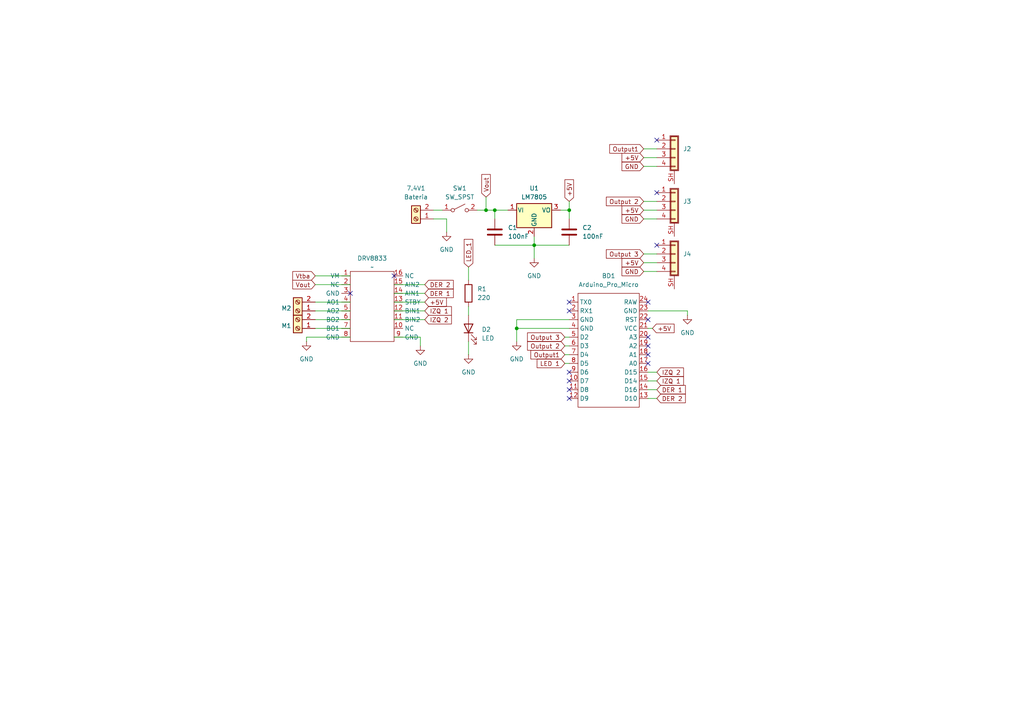
<source format=kicad_sch>
(kicad_sch
	(version 20250114)
	(generator "eeschema")
	(generator_version "9.0")
	(uuid "a5e7c507-6c3f-4fe6-9cbd-1ac62f4184e5")
	(paper "A4")
	(lib_symbols
		(symbol "Boards:Arduino_Pro_Micro"
			(exclude_from_sim no)
			(in_bom yes)
			(on_board yes)
			(property "Reference" "BD"
				(at 0 21.59 0)
				(effects
					(font
						(size 1.27 1.27)
					)
				)
			)
			(property "Value" "Arduino_Pro_Micro"
				(at 0 19.05 0)
				(effects
					(font
						(size 1.27 1.27)
					)
				)
			)
			(property "Footprint" ""
				(at 0 3.81 0)
				(effects
					(font
						(size 1.27 1.27)
					)
					(hide yes)
				)
			)
			(property "Datasheet" ""
				(at 0 3.81 0)
				(effects
					(font
						(size 1.27 1.27)
					)
					(hide yes)
				)
			)
			(property "Description" ""
				(at 0 3.81 0)
				(effects
					(font
						(size 1.27 1.27)
					)
					(hide yes)
				)
			)
			(symbol "Arduino_Pro_Micro_1_1"
				(rectangle
					(start -8.89 16.51)
					(end 8.89 -16.51)
					(stroke
						(width 0)
						(type default)
					)
					(fill
						(type none)
					)
				)
				(pin bidirectional line
					(at -11.43 13.97 0)
					(length 2.54)
					(name "TX0"
						(effects
							(font
								(size 1.27 1.27)
							)
						)
					)
					(number "1"
						(effects
							(font
								(size 1.27 1.27)
							)
						)
					)
				)
				(pin bidirectional line
					(at -11.43 11.43 0)
					(length 2.54)
					(name "RX1"
						(effects
							(font
								(size 1.27 1.27)
							)
						)
					)
					(number "2"
						(effects
							(font
								(size 1.27 1.27)
							)
						)
					)
				)
				(pin passive line
					(at -11.43 8.89 0)
					(length 2.54)
					(name "GND"
						(effects
							(font
								(size 1.27 1.27)
							)
						)
					)
					(number "3"
						(effects
							(font
								(size 1.27 1.27)
							)
						)
					)
				)
				(pin passive line
					(at -11.43 6.35 0)
					(length 2.54)
					(name "GND"
						(effects
							(font
								(size 1.27 1.27)
							)
						)
					)
					(number "4"
						(effects
							(font
								(size 1.27 1.27)
							)
						)
					)
				)
				(pin bidirectional line
					(at -11.43 3.81 0)
					(length 2.54)
					(name "D2"
						(effects
							(font
								(size 1.27 1.27)
							)
						)
					)
					(number "5"
						(effects
							(font
								(size 1.27 1.27)
							)
						)
					)
				)
				(pin bidirectional line
					(at -11.43 1.27 0)
					(length 2.54)
					(name "D3"
						(effects
							(font
								(size 1.27 1.27)
							)
						)
					)
					(number "6"
						(effects
							(font
								(size 1.27 1.27)
							)
						)
					)
				)
				(pin bidirectional line
					(at -11.43 -1.27 0)
					(length 2.54)
					(name "D4"
						(effects
							(font
								(size 1.27 1.27)
							)
						)
					)
					(number "7"
						(effects
							(font
								(size 1.27 1.27)
							)
						)
					)
				)
				(pin bidirectional line
					(at -11.43 -3.81 0)
					(length 2.54)
					(name "D5"
						(effects
							(font
								(size 1.27 1.27)
							)
						)
					)
					(number "8"
						(effects
							(font
								(size 1.27 1.27)
							)
						)
					)
				)
				(pin bidirectional line
					(at -11.43 -6.35 0)
					(length 2.54)
					(name "D6"
						(effects
							(font
								(size 1.27 1.27)
							)
						)
					)
					(number "9"
						(effects
							(font
								(size 1.27 1.27)
							)
						)
					)
				)
				(pin bidirectional line
					(at -11.43 -8.89 0)
					(length 2.54)
					(name "D7"
						(effects
							(font
								(size 1.27 1.27)
							)
						)
					)
					(number "10"
						(effects
							(font
								(size 1.27 1.27)
							)
						)
					)
				)
				(pin bidirectional line
					(at -11.43 -11.43 0)
					(length 2.54)
					(name "D8"
						(effects
							(font
								(size 1.27 1.27)
							)
						)
					)
					(number "11"
						(effects
							(font
								(size 1.27 1.27)
							)
						)
					)
				)
				(pin bidirectional line
					(at -11.43 -13.97 0)
					(length 2.54)
					(name "D9"
						(effects
							(font
								(size 1.27 1.27)
							)
						)
					)
					(number "12"
						(effects
							(font
								(size 1.27 1.27)
							)
						)
					)
				)
				(pin passive line
					(at 11.43 13.97 180)
					(length 2.54)
					(name "RAW"
						(effects
							(font
								(size 1.27 1.27)
							)
						)
					)
					(number "24"
						(effects
							(font
								(size 1.27 1.27)
							)
						)
					)
				)
				(pin passive line
					(at 11.43 11.43 180)
					(length 2.54)
					(name "GND"
						(effects
							(font
								(size 1.27 1.27)
							)
						)
					)
					(number "23"
						(effects
							(font
								(size 1.27 1.27)
							)
						)
					)
				)
				(pin input line
					(at 11.43 8.89 180)
					(length 2.54)
					(name "RST"
						(effects
							(font
								(size 1.27 1.27)
							)
						)
					)
					(number "22"
						(effects
							(font
								(size 1.27 1.27)
							)
						)
					)
				)
				(pin passive line
					(at 11.43 6.35 180)
					(length 2.54)
					(name "VCC"
						(effects
							(font
								(size 1.27 1.27)
							)
						)
					)
					(number "21"
						(effects
							(font
								(size 1.27 1.27)
							)
						)
					)
				)
				(pin bidirectional line
					(at 11.43 3.81 180)
					(length 2.54)
					(name "A3"
						(effects
							(font
								(size 1.27 1.27)
							)
						)
					)
					(number "20"
						(effects
							(font
								(size 1.27 1.27)
							)
						)
					)
				)
				(pin bidirectional line
					(at 11.43 1.27 180)
					(length 2.54)
					(name "A2"
						(effects
							(font
								(size 1.27 1.27)
							)
						)
					)
					(number "19"
						(effects
							(font
								(size 1.27 1.27)
							)
						)
					)
				)
				(pin bidirectional line
					(at 11.43 -1.27 180)
					(length 2.54)
					(name "A1"
						(effects
							(font
								(size 1.27 1.27)
							)
						)
					)
					(number "18"
						(effects
							(font
								(size 1.27 1.27)
							)
						)
					)
				)
				(pin bidirectional line
					(at 11.43 -3.81 180)
					(length 2.54)
					(name "A0"
						(effects
							(font
								(size 1.27 1.27)
							)
						)
					)
					(number "17"
						(effects
							(font
								(size 1.27 1.27)
							)
						)
					)
				)
				(pin bidirectional line
					(at 11.43 -6.35 180)
					(length 2.54)
					(name "D15"
						(effects
							(font
								(size 1.27 1.27)
							)
						)
					)
					(number "16"
						(effects
							(font
								(size 1.27 1.27)
							)
						)
					)
				)
				(pin bidirectional line
					(at 11.43 -8.89 180)
					(length 2.54)
					(name "D14"
						(effects
							(font
								(size 1.27 1.27)
							)
						)
					)
					(number "15"
						(effects
							(font
								(size 1.27 1.27)
							)
						)
					)
				)
				(pin bidirectional line
					(at 11.43 -11.43 180)
					(length 2.54)
					(name "D16"
						(effects
							(font
								(size 1.27 1.27)
							)
						)
					)
					(number "14"
						(effects
							(font
								(size 1.27 1.27)
							)
						)
					)
				)
				(pin bidirectional line
					(at 11.43 -13.97 180)
					(length 2.54)
					(name "D10"
						(effects
							(font
								(size 1.27 1.27)
							)
						)
					)
					(number "13"
						(effects
							(font
								(size 1.27 1.27)
							)
						)
					)
				)
			)
			(embedded_fonts no)
		)
		(symbol "Connector:Screw_Terminal_01x02"
			(pin_names
				(offset 1.016)
				(hide yes)
			)
			(exclude_from_sim no)
			(in_bom yes)
			(on_board yes)
			(property "Reference" "J"
				(at 0 2.54 0)
				(effects
					(font
						(size 1.27 1.27)
					)
				)
			)
			(property "Value" "Screw_Terminal_01x02"
				(at 0 -5.08 0)
				(effects
					(font
						(size 1.27 1.27)
					)
				)
			)
			(property "Footprint" ""
				(at 0 0 0)
				(effects
					(font
						(size 1.27 1.27)
					)
					(hide yes)
				)
			)
			(property "Datasheet" "~"
				(at 0 0 0)
				(effects
					(font
						(size 1.27 1.27)
					)
					(hide yes)
				)
			)
			(property "Description" "Generic screw terminal, single row, 01x02, script generated (kicad-library-utils/schlib/autogen/connector/)"
				(at 0 0 0)
				(effects
					(font
						(size 1.27 1.27)
					)
					(hide yes)
				)
			)
			(property "ki_keywords" "screw terminal"
				(at 0 0 0)
				(effects
					(font
						(size 1.27 1.27)
					)
					(hide yes)
				)
			)
			(property "ki_fp_filters" "TerminalBlock*:*"
				(at 0 0 0)
				(effects
					(font
						(size 1.27 1.27)
					)
					(hide yes)
				)
			)
			(symbol "Screw_Terminal_01x02_1_1"
				(rectangle
					(start -1.27 1.27)
					(end 1.27 -3.81)
					(stroke
						(width 0.254)
						(type default)
					)
					(fill
						(type background)
					)
				)
				(polyline
					(pts
						(xy -0.5334 0.3302) (xy 0.3302 -0.508)
					)
					(stroke
						(width 0.1524)
						(type default)
					)
					(fill
						(type none)
					)
				)
				(polyline
					(pts
						(xy -0.5334 -2.2098) (xy 0.3302 -3.048)
					)
					(stroke
						(width 0.1524)
						(type default)
					)
					(fill
						(type none)
					)
				)
				(polyline
					(pts
						(xy -0.3556 0.508) (xy 0.508 -0.3302)
					)
					(stroke
						(width 0.1524)
						(type default)
					)
					(fill
						(type none)
					)
				)
				(polyline
					(pts
						(xy -0.3556 -2.032) (xy 0.508 -2.8702)
					)
					(stroke
						(width 0.1524)
						(type default)
					)
					(fill
						(type none)
					)
				)
				(circle
					(center 0 0)
					(radius 0.635)
					(stroke
						(width 0.1524)
						(type default)
					)
					(fill
						(type none)
					)
				)
				(circle
					(center 0 -2.54)
					(radius 0.635)
					(stroke
						(width 0.1524)
						(type default)
					)
					(fill
						(type none)
					)
				)
				(pin passive line
					(at -5.08 0 0)
					(length 3.81)
					(name "Pin_1"
						(effects
							(font
								(size 1.27 1.27)
							)
						)
					)
					(number "1"
						(effects
							(font
								(size 1.27 1.27)
							)
						)
					)
				)
				(pin passive line
					(at -5.08 -2.54 0)
					(length 3.81)
					(name "Pin_2"
						(effects
							(font
								(size 1.27 1.27)
							)
						)
					)
					(number "2"
						(effects
							(font
								(size 1.27 1.27)
							)
						)
					)
				)
			)
			(embedded_fonts no)
		)
		(symbol "Connector_Generic_Shielded:Conn_01x04_Shielded"
			(pin_names
				(offset 1.016)
				(hide yes)
			)
			(exclude_from_sim no)
			(in_bom yes)
			(on_board yes)
			(property "Reference" "J"
				(at 0.254 4.826 0)
				(effects
					(font
						(size 1.27 1.27)
					)
				)
			)
			(property "Value" "Conn_01x04_Shielded"
				(at 1.016 -7.366 0)
				(effects
					(font
						(size 1.27 1.27)
					)
					(justify left)
				)
			)
			(property "Footprint" ""
				(at 0 0 0)
				(effects
					(font
						(size 1.27 1.27)
					)
					(hide yes)
				)
			)
			(property "Datasheet" "~"
				(at 0 0 0)
				(effects
					(font
						(size 1.27 1.27)
					)
					(hide yes)
				)
			)
			(property "Description" "Generic shielded connector, single row, 01x04, script generated (kicad-library-utils/schlib/autogen/connector/)"
				(at 0 0 0)
				(effects
					(font
						(size 1.27 1.27)
					)
					(hide yes)
				)
			)
			(property "ki_keywords" "connector"
				(at 0 0 0)
				(effects
					(font
						(size 1.27 1.27)
					)
					(hide yes)
				)
			)
			(property "ki_fp_filters" "Connector*:*_1x??-1SH*"
				(at 0 0 0)
				(effects
					(font
						(size 1.27 1.27)
					)
					(hide yes)
				)
			)
			(symbol "Conn_01x04_Shielded_1_1"
				(rectangle
					(start -1.27 3.81)
					(end 1.27 -6.35)
					(stroke
						(width 0.1524)
						(type default)
					)
					(fill
						(type none)
					)
				)
				(rectangle
					(start -1.016 3.556)
					(end 1.016 -6.096)
					(stroke
						(width 0.254)
						(type default)
					)
					(fill
						(type background)
					)
				)
				(rectangle
					(start -1.016 2.667)
					(end 0.254 2.413)
					(stroke
						(width 0.1524)
						(type default)
					)
					(fill
						(type none)
					)
				)
				(rectangle
					(start -1.016 0.127)
					(end 0.254 -0.127)
					(stroke
						(width 0.1524)
						(type default)
					)
					(fill
						(type none)
					)
				)
				(rectangle
					(start -1.016 -2.413)
					(end 0.254 -2.667)
					(stroke
						(width 0.1524)
						(type default)
					)
					(fill
						(type none)
					)
				)
				(rectangle
					(start -1.016 -4.953)
					(end 0.254 -5.207)
					(stroke
						(width 0.1524)
						(type default)
					)
					(fill
						(type none)
					)
				)
				(pin passive line
					(at -5.08 2.54 0)
					(length 4.064)
					(name "Pin_1"
						(effects
							(font
								(size 1.27 1.27)
							)
						)
					)
					(number "1"
						(effects
							(font
								(size 1.27 1.27)
							)
						)
					)
				)
				(pin passive line
					(at -5.08 0 0)
					(length 4.064)
					(name "Pin_2"
						(effects
							(font
								(size 1.27 1.27)
							)
						)
					)
					(number "2"
						(effects
							(font
								(size 1.27 1.27)
							)
						)
					)
				)
				(pin passive line
					(at -5.08 -2.54 0)
					(length 4.064)
					(name "Pin_3"
						(effects
							(font
								(size 1.27 1.27)
							)
						)
					)
					(number "3"
						(effects
							(font
								(size 1.27 1.27)
							)
						)
					)
				)
				(pin passive line
					(at -5.08 -5.08 0)
					(length 4.064)
					(name "Pin_4"
						(effects
							(font
								(size 1.27 1.27)
							)
						)
					)
					(number "4"
						(effects
							(font
								(size 1.27 1.27)
							)
						)
					)
				)
				(pin passive line
					(at 0 -10.16 90)
					(length 3.81)
					(name "Shield"
						(effects
							(font
								(size 1.27 1.27)
							)
						)
					)
					(number "SH"
						(effects
							(font
								(size 1.27 1.27)
							)
						)
					)
				)
			)
			(embedded_fonts no)
		)
		(symbol "Device:C"
			(pin_numbers
				(hide yes)
			)
			(pin_names
				(offset 0.254)
			)
			(exclude_from_sim no)
			(in_bom yes)
			(on_board yes)
			(property "Reference" "C"
				(at 0.635 2.54 0)
				(effects
					(font
						(size 1.27 1.27)
					)
					(justify left)
				)
			)
			(property "Value" "C"
				(at 0.635 -2.54 0)
				(effects
					(font
						(size 1.27 1.27)
					)
					(justify left)
				)
			)
			(property "Footprint" ""
				(at 0.9652 -3.81 0)
				(effects
					(font
						(size 1.27 1.27)
					)
					(hide yes)
				)
			)
			(property "Datasheet" "~"
				(at 0 0 0)
				(effects
					(font
						(size 1.27 1.27)
					)
					(hide yes)
				)
			)
			(property "Description" "Unpolarized capacitor"
				(at 0 0 0)
				(effects
					(font
						(size 1.27 1.27)
					)
					(hide yes)
				)
			)
			(property "ki_keywords" "cap capacitor"
				(at 0 0 0)
				(effects
					(font
						(size 1.27 1.27)
					)
					(hide yes)
				)
			)
			(property "ki_fp_filters" "C_*"
				(at 0 0 0)
				(effects
					(font
						(size 1.27 1.27)
					)
					(hide yes)
				)
			)
			(symbol "C_0_1"
				(polyline
					(pts
						(xy -2.032 0.762) (xy 2.032 0.762)
					)
					(stroke
						(width 0.508)
						(type default)
					)
					(fill
						(type none)
					)
				)
				(polyline
					(pts
						(xy -2.032 -0.762) (xy 2.032 -0.762)
					)
					(stroke
						(width 0.508)
						(type default)
					)
					(fill
						(type none)
					)
				)
			)
			(symbol "C_1_1"
				(pin passive line
					(at 0 3.81 270)
					(length 2.794)
					(name "~"
						(effects
							(font
								(size 1.27 1.27)
							)
						)
					)
					(number "1"
						(effects
							(font
								(size 1.27 1.27)
							)
						)
					)
				)
				(pin passive line
					(at 0 -3.81 90)
					(length 2.794)
					(name "~"
						(effects
							(font
								(size 1.27 1.27)
							)
						)
					)
					(number "2"
						(effects
							(font
								(size 1.27 1.27)
							)
						)
					)
				)
			)
			(embedded_fonts no)
		)
		(symbol "Device:LED"
			(pin_numbers
				(hide yes)
			)
			(pin_names
				(offset 1.016)
				(hide yes)
			)
			(exclude_from_sim no)
			(in_bom yes)
			(on_board yes)
			(property "Reference" "D"
				(at 0 2.54 0)
				(effects
					(font
						(size 1.27 1.27)
					)
				)
			)
			(property "Value" "LED"
				(at 0 -2.54 0)
				(effects
					(font
						(size 1.27 1.27)
					)
				)
			)
			(property "Footprint" ""
				(at 0 0 0)
				(effects
					(font
						(size 1.27 1.27)
					)
					(hide yes)
				)
			)
			(property "Datasheet" "~"
				(at 0 0 0)
				(effects
					(font
						(size 1.27 1.27)
					)
					(hide yes)
				)
			)
			(property "Description" "Light emitting diode"
				(at 0 0 0)
				(effects
					(font
						(size 1.27 1.27)
					)
					(hide yes)
				)
			)
			(property "Sim.Pins" "1=K 2=A"
				(at 0 0 0)
				(effects
					(font
						(size 1.27 1.27)
					)
					(hide yes)
				)
			)
			(property "ki_keywords" "LED diode"
				(at 0 0 0)
				(effects
					(font
						(size 1.27 1.27)
					)
					(hide yes)
				)
			)
			(property "ki_fp_filters" "LED* LED_SMD:* LED_THT:*"
				(at 0 0 0)
				(effects
					(font
						(size 1.27 1.27)
					)
					(hide yes)
				)
			)
			(symbol "LED_0_1"
				(polyline
					(pts
						(xy -3.048 -0.762) (xy -4.572 -2.286) (xy -3.81 -2.286) (xy -4.572 -2.286) (xy -4.572 -1.524)
					)
					(stroke
						(width 0)
						(type default)
					)
					(fill
						(type none)
					)
				)
				(polyline
					(pts
						(xy -1.778 -0.762) (xy -3.302 -2.286) (xy -2.54 -2.286) (xy -3.302 -2.286) (xy -3.302 -1.524)
					)
					(stroke
						(width 0)
						(type default)
					)
					(fill
						(type none)
					)
				)
				(polyline
					(pts
						(xy -1.27 0) (xy 1.27 0)
					)
					(stroke
						(width 0)
						(type default)
					)
					(fill
						(type none)
					)
				)
				(polyline
					(pts
						(xy -1.27 -1.27) (xy -1.27 1.27)
					)
					(stroke
						(width 0.254)
						(type default)
					)
					(fill
						(type none)
					)
				)
				(polyline
					(pts
						(xy 1.27 -1.27) (xy 1.27 1.27) (xy -1.27 0) (xy 1.27 -1.27)
					)
					(stroke
						(width 0.254)
						(type default)
					)
					(fill
						(type none)
					)
				)
			)
			(symbol "LED_1_1"
				(pin passive line
					(at -3.81 0 0)
					(length 2.54)
					(name "K"
						(effects
							(font
								(size 1.27 1.27)
							)
						)
					)
					(number "1"
						(effects
							(font
								(size 1.27 1.27)
							)
						)
					)
				)
				(pin passive line
					(at 3.81 0 180)
					(length 2.54)
					(name "A"
						(effects
							(font
								(size 1.27 1.27)
							)
						)
					)
					(number "2"
						(effects
							(font
								(size 1.27 1.27)
							)
						)
					)
				)
			)
			(embedded_fonts no)
		)
		(symbol "Device:R"
			(pin_numbers
				(hide yes)
			)
			(pin_names
				(offset 0)
			)
			(exclude_from_sim no)
			(in_bom yes)
			(on_board yes)
			(property "Reference" "R"
				(at 2.032 0 90)
				(effects
					(font
						(size 1.27 1.27)
					)
				)
			)
			(property "Value" "R"
				(at 0 0 90)
				(effects
					(font
						(size 1.27 1.27)
					)
				)
			)
			(property "Footprint" ""
				(at -1.778 0 90)
				(effects
					(font
						(size 1.27 1.27)
					)
					(hide yes)
				)
			)
			(property "Datasheet" "~"
				(at 0 0 0)
				(effects
					(font
						(size 1.27 1.27)
					)
					(hide yes)
				)
			)
			(property "Description" "Resistor"
				(at 0 0 0)
				(effects
					(font
						(size 1.27 1.27)
					)
					(hide yes)
				)
			)
			(property "ki_keywords" "R res resistor"
				(at 0 0 0)
				(effects
					(font
						(size 1.27 1.27)
					)
					(hide yes)
				)
			)
			(property "ki_fp_filters" "R_*"
				(at 0 0 0)
				(effects
					(font
						(size 1.27 1.27)
					)
					(hide yes)
				)
			)
			(symbol "R_0_1"
				(rectangle
					(start -1.016 -2.54)
					(end 1.016 2.54)
					(stroke
						(width 0.254)
						(type default)
					)
					(fill
						(type none)
					)
				)
			)
			(symbol "R_1_1"
				(pin passive line
					(at 0 3.81 270)
					(length 1.27)
					(name "~"
						(effects
							(font
								(size 1.27 1.27)
							)
						)
					)
					(number "1"
						(effects
							(font
								(size 1.27 1.27)
							)
						)
					)
				)
				(pin passive line
					(at 0 -3.81 90)
					(length 1.27)
					(name "~"
						(effects
							(font
								(size 1.27 1.27)
							)
						)
					)
					(number "2"
						(effects
							(font
								(size 1.27 1.27)
							)
						)
					)
				)
			)
			(embedded_fonts no)
		)
		(symbol "Mini sumo:DRV8833"
			(exclude_from_sim no)
			(in_bom yes)
			(on_board yes)
			(property "Reference" "U"
				(at 0 0 0)
				(effects
					(font
						(size 1.27 1.27)
					)
				)
			)
			(property "Value" ""
				(at 0 0 0)
				(effects
					(font
						(size 1.27 1.27)
					)
				)
			)
			(property "Footprint" ""
				(at 0 0 0)
				(effects
					(font
						(size 1.27 1.27)
					)
					(hide yes)
				)
			)
			(property "Datasheet" ""
				(at 0 0 0)
				(effects
					(font
						(size 1.27 1.27)
					)
					(hide yes)
				)
			)
			(property "Description" ""
				(at 0 0 0)
				(effects
					(font
						(size 1.27 1.27)
					)
					(hide yes)
				)
			)
			(symbol "DRV8833_0_1"
				(rectangle
					(start -6.35 6.35)
					(end 6.35 -13.97)
					(stroke
						(width 0)
						(type default)
					)
					(fill
						(type none)
					)
				)
			)
			(symbol "DRV8833_1_1"
				(pin input line
					(at -6.35 5.08 180)
					(length 2.54)
					(name "VM"
						(effects
							(font
								(size 1.27 1.27)
							)
						)
					)
					(number "1"
						(effects
							(font
								(size 1.27 1.27)
							)
						)
					)
				)
				(pin input line
					(at -6.35 2.54 180)
					(length 2.54)
					(name "NC"
						(effects
							(font
								(size 1.27 1.27)
							)
						)
					)
					(number "2"
						(effects
							(font
								(size 1.27 1.27)
							)
						)
					)
				)
				(pin input line
					(at -6.35 0 180)
					(length 2.54)
					(name "GND"
						(effects
							(font
								(size 1.27 1.27)
							)
						)
					)
					(number "3"
						(effects
							(font
								(size 1.27 1.27)
							)
						)
					)
				)
				(pin output line
					(at -6.35 -2.54 180)
					(length 2.54)
					(name "AO1"
						(effects
							(font
								(size 1.27 1.27)
							)
						)
					)
					(number "4"
						(effects
							(font
								(size 1.27 1.27)
							)
						)
					)
				)
				(pin output line
					(at -6.35 -5.08 180)
					(length 2.54)
					(name "AO2"
						(effects
							(font
								(size 1.27 1.27)
							)
						)
					)
					(number "5"
						(effects
							(font
								(size 1.27 1.27)
							)
						)
					)
				)
				(pin output line
					(at -6.35 -7.62 180)
					(length 2.54)
					(name "BO2"
						(effects
							(font
								(size 1.27 1.27)
							)
						)
					)
					(number "6"
						(effects
							(font
								(size 1.27 1.27)
							)
						)
					)
				)
				(pin output line
					(at -6.35 -10.16 180)
					(length 2.54)
					(name "BO1"
						(effects
							(font
								(size 1.27 1.27)
							)
						)
					)
					(number "7"
						(effects
							(font
								(size 1.27 1.27)
							)
						)
					)
				)
				(pin input line
					(at -6.35 -12.7 180)
					(length 2.54)
					(name "GND"
						(effects
							(font
								(size 1.27 1.27)
							)
						)
					)
					(number "8"
						(effects
							(font
								(size 1.27 1.27)
							)
						)
					)
				)
				(pin input line
					(at 6.35 5.08 0)
					(length 2.54)
					(name "NC"
						(effects
							(font
								(size 1.27 1.27)
							)
						)
					)
					(number "16"
						(effects
							(font
								(size 1.27 1.27)
							)
						)
					)
				)
				(pin input line
					(at 6.35 2.54 0)
					(length 2.54)
					(name "AIN2"
						(effects
							(font
								(size 1.27 1.27)
							)
						)
					)
					(number "15"
						(effects
							(font
								(size 1.27 1.27)
							)
						)
					)
				)
				(pin input line
					(at 6.35 0 0)
					(length 2.54)
					(name "AIN1"
						(effects
							(font
								(size 1.27 1.27)
							)
						)
					)
					(number "14"
						(effects
							(font
								(size 1.27 1.27)
							)
						)
					)
				)
				(pin input line
					(at 6.35 -2.54 0)
					(length 2.54)
					(name "STBY"
						(effects
							(font
								(size 1.27 1.27)
							)
						)
					)
					(number "13"
						(effects
							(font
								(size 1.27 1.27)
							)
						)
					)
				)
				(pin input line
					(at 6.35 -5.08 0)
					(length 2.54)
					(name "BIN1"
						(effects
							(font
								(size 1.27 1.27)
							)
						)
					)
					(number "12"
						(effects
							(font
								(size 1.27 1.27)
							)
						)
					)
				)
				(pin input line
					(at 6.35 -7.62 0)
					(length 2.54)
					(name "BIN2"
						(effects
							(font
								(size 1.27 1.27)
							)
						)
					)
					(number "11"
						(effects
							(font
								(size 1.27 1.27)
							)
						)
					)
				)
				(pin input line
					(at 6.35 -10.16 0)
					(length 2.54)
					(name "NC"
						(effects
							(font
								(size 1.27 1.27)
							)
						)
					)
					(number "10"
						(effects
							(font
								(size 1.27 1.27)
							)
						)
					)
				)
				(pin input line
					(at 6.35 -12.7 0)
					(length 2.54)
					(name "GND"
						(effects
							(font
								(size 1.27 1.27)
							)
						)
					)
					(number "9"
						(effects
							(font
								(size 1.27 1.27)
							)
						)
					)
				)
			)
			(embedded_fonts no)
		)
		(symbol "Regulator_Linear:LM7805_TO220"
			(pin_names
				(offset 0.254)
			)
			(exclude_from_sim no)
			(in_bom yes)
			(on_board yes)
			(property "Reference" "U"
				(at -3.81 3.175 0)
				(effects
					(font
						(size 1.27 1.27)
					)
				)
			)
			(property "Value" "LM7805_TO220"
				(at 0 3.175 0)
				(effects
					(font
						(size 1.27 1.27)
					)
					(justify left)
				)
			)
			(property "Footprint" "Package_TO_SOT_THT:TO-220-3_Vertical"
				(at 0 5.715 0)
				(effects
					(font
						(size 1.27 1.27)
						(italic yes)
					)
					(hide yes)
				)
			)
			(property "Datasheet" "https://www.onsemi.cn/PowerSolutions/document/MC7800-D.PDF"
				(at 0 -1.27 0)
				(effects
					(font
						(size 1.27 1.27)
					)
					(hide yes)
				)
			)
			(property "Description" "Positive 1A 35V Linear Regulator, Fixed Output 5V, TO-220"
				(at 0 0 0)
				(effects
					(font
						(size 1.27 1.27)
					)
					(hide yes)
				)
			)
			(property "ki_keywords" "Voltage Regulator 1A Positive"
				(at 0 0 0)
				(effects
					(font
						(size 1.27 1.27)
					)
					(hide yes)
				)
			)
			(property "ki_fp_filters" "TO?220*"
				(at 0 0 0)
				(effects
					(font
						(size 1.27 1.27)
					)
					(hide yes)
				)
			)
			(symbol "LM7805_TO220_0_1"
				(rectangle
					(start -5.08 1.905)
					(end 5.08 -5.08)
					(stroke
						(width 0.254)
						(type default)
					)
					(fill
						(type background)
					)
				)
			)
			(symbol "LM7805_TO220_1_1"
				(pin power_in line
					(at -7.62 0 0)
					(length 2.54)
					(name "VI"
						(effects
							(font
								(size 1.27 1.27)
							)
						)
					)
					(number "1"
						(effects
							(font
								(size 1.27 1.27)
							)
						)
					)
				)
				(pin power_in line
					(at 0 -7.62 90)
					(length 2.54)
					(name "GND"
						(effects
							(font
								(size 1.27 1.27)
							)
						)
					)
					(number "2"
						(effects
							(font
								(size 1.27 1.27)
							)
						)
					)
				)
				(pin power_out line
					(at 7.62 0 180)
					(length 2.54)
					(name "VO"
						(effects
							(font
								(size 1.27 1.27)
							)
						)
					)
					(number "3"
						(effects
							(font
								(size 1.27 1.27)
							)
						)
					)
				)
			)
			(embedded_fonts no)
		)
		(symbol "Switch:SW_SPST"
			(pin_names
				(offset 0)
				(hide yes)
			)
			(exclude_from_sim no)
			(in_bom yes)
			(on_board yes)
			(property "Reference" "SW"
				(at 0 3.175 0)
				(effects
					(font
						(size 1.27 1.27)
					)
				)
			)
			(property "Value" "SW_SPST"
				(at 0 -2.54 0)
				(effects
					(font
						(size 1.27 1.27)
					)
				)
			)
			(property "Footprint" ""
				(at 0 0 0)
				(effects
					(font
						(size 1.27 1.27)
					)
					(hide yes)
				)
			)
			(property "Datasheet" "~"
				(at 0 0 0)
				(effects
					(font
						(size 1.27 1.27)
					)
					(hide yes)
				)
			)
			(property "Description" "Single Pole Single Throw (SPST) switch"
				(at 0 0 0)
				(effects
					(font
						(size 1.27 1.27)
					)
					(hide yes)
				)
			)
			(property "ki_keywords" "switch lever"
				(at 0 0 0)
				(effects
					(font
						(size 1.27 1.27)
					)
					(hide yes)
				)
			)
			(symbol "SW_SPST_0_0"
				(circle
					(center -2.032 0)
					(radius 0.508)
					(stroke
						(width 0)
						(type default)
					)
					(fill
						(type none)
					)
				)
				(polyline
					(pts
						(xy -1.524 0.254) (xy 1.524 1.778)
					)
					(stroke
						(width 0)
						(type default)
					)
					(fill
						(type none)
					)
				)
				(circle
					(center 2.032 0)
					(radius 0.508)
					(stroke
						(width 0)
						(type default)
					)
					(fill
						(type none)
					)
				)
			)
			(symbol "SW_SPST_1_1"
				(pin passive line
					(at -5.08 0 0)
					(length 2.54)
					(name "A"
						(effects
							(font
								(size 1.27 1.27)
							)
						)
					)
					(number "1"
						(effects
							(font
								(size 1.27 1.27)
							)
						)
					)
				)
				(pin passive line
					(at 5.08 0 180)
					(length 2.54)
					(name "B"
						(effects
							(font
								(size 1.27 1.27)
							)
						)
					)
					(number "2"
						(effects
							(font
								(size 1.27 1.27)
							)
						)
					)
				)
			)
			(embedded_fonts no)
		)
		(symbol "power:GND"
			(power)
			(pin_numbers
				(hide yes)
			)
			(pin_names
				(offset 0)
				(hide yes)
			)
			(exclude_from_sim no)
			(in_bom yes)
			(on_board yes)
			(property "Reference" "#PWR"
				(at 0 -6.35 0)
				(effects
					(font
						(size 1.27 1.27)
					)
					(hide yes)
				)
			)
			(property "Value" "GND"
				(at 0 -3.81 0)
				(effects
					(font
						(size 1.27 1.27)
					)
				)
			)
			(property "Footprint" ""
				(at 0 0 0)
				(effects
					(font
						(size 1.27 1.27)
					)
					(hide yes)
				)
			)
			(property "Datasheet" ""
				(at 0 0 0)
				(effects
					(font
						(size 1.27 1.27)
					)
					(hide yes)
				)
			)
			(property "Description" "Power symbol creates a global label with name \"GND\" , ground"
				(at 0 0 0)
				(effects
					(font
						(size 1.27 1.27)
					)
					(hide yes)
				)
			)
			(property "ki_keywords" "global power"
				(at 0 0 0)
				(effects
					(font
						(size 1.27 1.27)
					)
					(hide yes)
				)
			)
			(symbol "GND_0_1"
				(polyline
					(pts
						(xy 0 0) (xy 0 -1.27) (xy 1.27 -1.27) (xy 0 -2.54) (xy -1.27 -1.27) (xy 0 -1.27)
					)
					(stroke
						(width 0)
						(type default)
					)
					(fill
						(type none)
					)
				)
			)
			(symbol "GND_1_1"
				(pin power_in line
					(at 0 0 270)
					(length 0)
					(name "~"
						(effects
							(font
								(size 1.27 1.27)
							)
						)
					)
					(number "1"
						(effects
							(font
								(size 1.27 1.27)
							)
						)
					)
				)
			)
			(embedded_fonts no)
		)
	)
	(junction
		(at 140.97 60.96)
		(diameter 0)
		(color 0 0 0 0)
		(uuid "1af73f3d-2be5-4ebe-aa77-2f0a8e8f2ae0")
	)
	(junction
		(at 165.1 60.96)
		(diameter 0)
		(color 0 0 0 0)
		(uuid "373291dc-ec85-489d-bc55-c666b8811a9a")
	)
	(junction
		(at 149.86 95.25)
		(diameter 0)
		(color 0 0 0 0)
		(uuid "38c7443c-8ab0-4bdf-97d0-38ba0136f082")
	)
	(junction
		(at 154.94 71.12)
		(diameter 0)
		(color 0 0 0 0)
		(uuid "47bb350a-008f-43fe-8a7b-342e3c92175e")
	)
	(junction
		(at 143.51 60.96)
		(diameter 0)
		(color 0 0 0 0)
		(uuid "4855c846-d674-4a41-a610-98dda518f8f6")
	)
	(no_connect
		(at 187.96 100.33)
		(uuid "0603fd2b-c579-44da-b83b-cf86a8587ac9")
	)
	(no_connect
		(at 190.5 55.88)
		(uuid "15bb01a9-89fd-4b40-ba0d-eb6266707b4c")
	)
	(no_connect
		(at 165.1 110.49)
		(uuid "189a9b62-85c3-4cd2-b51a-1adc32442981")
	)
	(no_connect
		(at 187.96 92.71)
		(uuid "321fdbe9-0348-45cf-91f7-87b1ae89004e")
	)
	(no_connect
		(at 187.96 87.63)
		(uuid "4a827588-9650-42a7-9334-6619c947be86")
	)
	(no_connect
		(at 165.1 115.57)
		(uuid "539844b1-9eff-45a6-b4c5-e6c14c614120")
	)
	(no_connect
		(at 190.5 71.12)
		(uuid "5aa02d5b-19b9-445d-ae99-6df0fbb30502")
	)
	(no_connect
		(at 114.3 80.01)
		(uuid "69751d02-244a-40ff-95f5-839e62513b67")
	)
	(no_connect
		(at 165.1 87.63)
		(uuid "74d799c1-e817-4268-90ea-6be7953f01cd")
	)
	(no_connect
		(at 187.96 105.41)
		(uuid "7f50606f-4705-4cef-a0f1-78bcad61b48f")
	)
	(no_connect
		(at 190.5 40.64)
		(uuid "841fd0e0-ec30-4545-8896-65fbd8eee284")
	)
	(no_connect
		(at 165.1 107.95)
		(uuid "88af46ee-6886-4edc-8ae6-d2d88d80b0f7")
	)
	(no_connect
		(at 101.6 85.09)
		(uuid "a1bef628-ee4c-4a0e-8ec4-4ce98ab47ee6")
	)
	(no_connect
		(at 187.96 102.87)
		(uuid "a1f00863-35af-422b-93eb-24fef1147453")
	)
	(no_connect
		(at 187.96 97.79)
		(uuid "b9610267-5ee6-4937-b675-5a6c09e9310f")
	)
	(no_connect
		(at 165.1 90.17)
		(uuid "d1062f12-7f7d-4ae3-afb6-fe04e0033994")
	)
	(no_connect
		(at 165.1 113.03)
		(uuid "d617a576-8942-4e81-8ec4-fa275b35658b")
	)
	(wire
		(pts
			(xy 186.69 45.72) (xy 190.5 45.72)
		)
		(stroke
			(width 0)
			(type default)
		)
		(uuid "06407f46-8b12-49ad-9245-9b52ec6107c8")
	)
	(wire
		(pts
			(xy 114.3 92.71) (xy 123.19 92.71)
		)
		(stroke
			(width 0)
			(type default)
		)
		(uuid "0c110638-2283-4749-919d-49ff30d56e2b")
	)
	(wire
		(pts
			(xy 140.97 57.15) (xy 140.97 60.96)
		)
		(stroke
			(width 0)
			(type default)
		)
		(uuid "0d8643e0-fbda-48d1-87a5-5fac0145552a")
	)
	(wire
		(pts
			(xy 154.94 71.12) (xy 154.94 74.93)
		)
		(stroke
			(width 0)
			(type default)
		)
		(uuid "0f79e2d6-b985-44b8-b236-57f69c2f73e9")
	)
	(wire
		(pts
			(xy 91.44 82.55) (xy 101.6 82.55)
		)
		(stroke
			(width 0)
			(type default)
		)
		(uuid "118ac745-d074-46c5-a20c-a85faae206f1")
	)
	(wire
		(pts
			(xy 186.69 63.5) (xy 190.5 63.5)
		)
		(stroke
			(width 0)
			(type default)
		)
		(uuid "129fd279-baca-4e01-934e-432b4db09519")
	)
	(wire
		(pts
			(xy 154.94 68.58) (xy 154.94 71.12)
		)
		(stroke
			(width 0)
			(type default)
		)
		(uuid "1b566777-6e12-428d-bc50-3a071aac64ac")
	)
	(wire
		(pts
			(xy 135.89 99.06) (xy 135.89 102.87)
		)
		(stroke
			(width 0)
			(type default)
		)
		(uuid "1bab7cdb-4314-4428-85b7-a54dee10c279")
	)
	(wire
		(pts
			(xy 199.39 90.17) (xy 187.96 90.17)
		)
		(stroke
			(width 0)
			(type default)
		)
		(uuid "23aff1da-a4e0-423e-9b19-802fcfec68f5")
	)
	(wire
		(pts
			(xy 91.44 87.63) (xy 101.6 87.63)
		)
		(stroke
			(width 0)
			(type default)
		)
		(uuid "38e53cb9-f288-496c-ae1e-e886f8589318")
	)
	(wire
		(pts
			(xy 154.94 71.12) (xy 165.1 71.12)
		)
		(stroke
			(width 0)
			(type default)
		)
		(uuid "4977e152-72cb-4c16-a47f-83d4c9c76be5")
	)
	(wire
		(pts
			(xy 135.89 77.47) (xy 135.89 81.28)
		)
		(stroke
			(width 0)
			(type default)
		)
		(uuid "49819848-7884-441b-909d-75a922accfdb")
	)
	(wire
		(pts
			(xy 147.32 60.96) (xy 143.51 60.96)
		)
		(stroke
			(width 0)
			(type default)
		)
		(uuid "49f1ca1f-0342-4845-bd0f-f2946fc7f904")
	)
	(wire
		(pts
			(xy 163.83 100.33) (xy 165.1 100.33)
		)
		(stroke
			(width 0)
			(type default)
		)
		(uuid "4d9adba9-aa42-4d67-8e4e-1d5f97c7b8f9")
	)
	(wire
		(pts
			(xy 165.1 60.96) (xy 162.56 60.96)
		)
		(stroke
			(width 0)
			(type default)
		)
		(uuid "4f06855c-c285-4b29-abee-80d7c059ec4d")
	)
	(wire
		(pts
			(xy 186.69 73.66) (xy 190.5 73.66)
		)
		(stroke
			(width 0)
			(type default)
		)
		(uuid "663bbcbd-340f-4787-b63d-7ad2e3daf5fb")
	)
	(wire
		(pts
			(xy 114.3 90.17) (xy 123.19 90.17)
		)
		(stroke
			(width 0)
			(type default)
		)
		(uuid "6ef87efc-021e-4618-ac5c-da05d71d9857")
	)
	(wire
		(pts
			(xy 186.69 48.26) (xy 190.5 48.26)
		)
		(stroke
			(width 0)
			(type default)
		)
		(uuid "7a3f820e-b253-4c68-a6d9-8aff01127b4a")
	)
	(wire
		(pts
			(xy 91.44 92.71) (xy 101.6 92.71)
		)
		(stroke
			(width 0)
			(type default)
		)
		(uuid "7ee9f8c8-2c5a-4331-9162-3f44de51153c")
	)
	(wire
		(pts
			(xy 186.69 76.2) (xy 190.5 76.2)
		)
		(stroke
			(width 0)
			(type default)
		)
		(uuid "7f6d2ab6-5964-4b67-81a9-e2121411ed3b")
	)
	(wire
		(pts
			(xy 165.1 92.71) (xy 149.86 92.71)
		)
		(stroke
			(width 0)
			(type default)
		)
		(uuid "84aaa9dd-d463-48d0-a3f4-d537fd6d16b3")
	)
	(wire
		(pts
			(xy 125.73 60.96) (xy 128.27 60.96)
		)
		(stroke
			(width 0)
			(type default)
		)
		(uuid "8500941e-8045-44e9-a087-5921e1a37315")
	)
	(wire
		(pts
			(xy 121.92 100.33) (xy 121.92 97.79)
		)
		(stroke
			(width 0)
			(type default)
		)
		(uuid "8791bbe3-2b15-45d0-afe9-53d28dec629b")
	)
	(wire
		(pts
			(xy 114.3 87.63) (xy 123.19 87.63)
		)
		(stroke
			(width 0)
			(type default)
		)
		(uuid "8ac5ce40-ba0a-4b76-a0d0-6d45f5098e68")
	)
	(wire
		(pts
			(xy 163.83 105.41) (xy 165.1 105.41)
		)
		(stroke
			(width 0)
			(type default)
		)
		(uuid "8cab4a80-3085-4770-8026-c420340bf811")
	)
	(wire
		(pts
			(xy 143.51 71.12) (xy 154.94 71.12)
		)
		(stroke
			(width 0)
			(type default)
		)
		(uuid "8ce263de-ae43-450e-9b3e-218fcb90550b")
	)
	(wire
		(pts
			(xy 163.83 102.87) (xy 165.1 102.87)
		)
		(stroke
			(width 0)
			(type default)
		)
		(uuid "99442ffb-75f0-41f5-a04a-f37e7f1da2ac")
	)
	(wire
		(pts
			(xy 91.44 90.17) (xy 101.6 90.17)
		)
		(stroke
			(width 0)
			(type default)
		)
		(uuid "a429a436-f4e4-4069-b36b-fdc458ddee53")
	)
	(wire
		(pts
			(xy 138.43 60.96) (xy 140.97 60.96)
		)
		(stroke
			(width 0)
			(type default)
		)
		(uuid "a4b7b997-009e-4db8-9b19-0a6d8674da4e")
	)
	(wire
		(pts
			(xy 199.39 91.44) (xy 199.39 90.17)
		)
		(stroke
			(width 0)
			(type default)
		)
		(uuid "aadefa6a-d062-4d75-952d-68523ee92175")
	)
	(wire
		(pts
			(xy 140.97 60.96) (xy 143.51 60.96)
		)
		(stroke
			(width 0)
			(type default)
		)
		(uuid "b13a7a4e-26f4-4010-8bba-edb16eecec84")
	)
	(wire
		(pts
			(xy 135.89 88.9) (xy 135.89 91.44)
		)
		(stroke
			(width 0)
			(type default)
		)
		(uuid "b30a7315-062c-4073-bac7-2d4a1c3db041")
	)
	(wire
		(pts
			(xy 186.69 58.42) (xy 190.5 58.42)
		)
		(stroke
			(width 0)
			(type default)
		)
		(uuid "b43082e3-4203-46b1-9654-a4e0404b8843")
	)
	(wire
		(pts
			(xy 190.5 110.49) (xy 187.96 110.49)
		)
		(stroke
			(width 0)
			(type default)
		)
		(uuid "b4deb35c-efcb-4d87-92cc-2f33c1dd2f28")
	)
	(wire
		(pts
			(xy 186.69 43.18) (xy 190.5 43.18)
		)
		(stroke
			(width 0)
			(type default)
		)
		(uuid "b630421c-5a3d-47c2-aef0-e617b6c18766")
	)
	(wire
		(pts
			(xy 187.96 95.25) (xy 189.23 95.25)
		)
		(stroke
			(width 0)
			(type default)
		)
		(uuid "b905498d-8d56-4f79-8612-bc95036fffd8")
	)
	(wire
		(pts
			(xy 91.44 80.01) (xy 101.6 80.01)
		)
		(stroke
			(width 0)
			(type default)
		)
		(uuid "bd29aba6-c64f-422e-a5c0-179f902a92aa")
	)
	(wire
		(pts
			(xy 125.73 63.5) (xy 129.54 63.5)
		)
		(stroke
			(width 0)
			(type default)
		)
		(uuid "c305a914-0646-4433-a40f-f1af4143000a")
	)
	(wire
		(pts
			(xy 114.3 82.55) (xy 123.19 82.55)
		)
		(stroke
			(width 0)
			(type default)
		)
		(uuid "cc3e5053-0064-47ee-8372-4b4c3d9f50d4")
	)
	(wire
		(pts
			(xy 143.51 60.96) (xy 143.51 63.5)
		)
		(stroke
			(width 0)
			(type default)
		)
		(uuid "cf85adb1-982b-4d47-865d-94435e6cb4eb")
	)
	(wire
		(pts
			(xy 190.5 107.95) (xy 187.96 107.95)
		)
		(stroke
			(width 0)
			(type default)
		)
		(uuid "d022ed07-d0e9-4374-a4bd-700dcd1af972")
	)
	(wire
		(pts
			(xy 114.3 85.09) (xy 123.19 85.09)
		)
		(stroke
			(width 0)
			(type default)
		)
		(uuid "d197518f-2fe6-4bbf-bfd2-be9cc1948a26")
	)
	(wire
		(pts
			(xy 190.5 113.03) (xy 187.96 113.03)
		)
		(stroke
			(width 0)
			(type default)
		)
		(uuid "d67ae540-8b54-48c7-aa4b-923faabe11d5")
	)
	(wire
		(pts
			(xy 186.69 78.74) (xy 190.5 78.74)
		)
		(stroke
			(width 0)
			(type default)
		)
		(uuid "daa3fe08-641e-4e7f-84af-a57b05b7e30c")
	)
	(wire
		(pts
			(xy 190.5 115.57) (xy 187.96 115.57)
		)
		(stroke
			(width 0)
			(type default)
		)
		(uuid "e7e56e6e-63f6-461f-aa75-fedf1fe30afa")
	)
	(wire
		(pts
			(xy 165.1 58.42) (xy 165.1 60.96)
		)
		(stroke
			(width 0)
			(type default)
		)
		(uuid "e810df52-cf9d-49f8-aa32-c5a6649753d2")
	)
	(wire
		(pts
			(xy 163.83 97.79) (xy 165.1 97.79)
		)
		(stroke
			(width 0)
			(type default)
		)
		(uuid "e8204c6c-ba02-4041-8604-f51e8ad41473")
	)
	(wire
		(pts
			(xy 165.1 63.5) (xy 165.1 60.96)
		)
		(stroke
			(width 0)
			(type default)
		)
		(uuid "eb49ae54-6afb-4fea-974a-5a74ec1241f0")
	)
	(wire
		(pts
			(xy 121.92 97.79) (xy 114.3 97.79)
		)
		(stroke
			(width 0)
			(type default)
		)
		(uuid "ebe0fbf3-7174-45b4-ae92-41085957c7e2")
	)
	(wire
		(pts
			(xy 88.9 99.06) (xy 88.9 97.79)
		)
		(stroke
			(width 0)
			(type default)
		)
		(uuid "ed5f0a7b-c6c1-4b6d-8f59-ab906c649f27")
	)
	(wire
		(pts
			(xy 186.69 60.96) (xy 190.5 60.96)
		)
		(stroke
			(width 0)
			(type default)
		)
		(uuid "eeadb112-fa10-4406-92b9-bf1752942b2f")
	)
	(wire
		(pts
			(xy 88.9 97.79) (xy 101.6 97.79)
		)
		(stroke
			(width 0)
			(type default)
		)
		(uuid "eeb87936-acd9-47fc-b6c4-98fe5712bb24")
	)
	(wire
		(pts
			(xy 165.1 95.25) (xy 149.86 95.25)
		)
		(stroke
			(width 0)
			(type default)
		)
		(uuid "f2d5f0d1-0c78-43bd-9683-3f42d50a0368")
	)
	(wire
		(pts
			(xy 129.54 63.5) (xy 129.54 67.31)
		)
		(stroke
			(width 0)
			(type default)
		)
		(uuid "f2f9c1dd-8b35-44d4-bec8-611d298f1f31")
	)
	(wire
		(pts
			(xy 91.44 95.25) (xy 101.6 95.25)
		)
		(stroke
			(width 0)
			(type default)
		)
		(uuid "f3aaee50-b9b0-4e01-9845-f6d91f4162fb")
	)
	(wire
		(pts
			(xy 149.86 95.25) (xy 149.86 99.06)
		)
		(stroke
			(width 0)
			(type default)
		)
		(uuid "f97178f2-2009-4ed3-ab67-8e8bba968c2f")
	)
	(wire
		(pts
			(xy 149.86 92.71) (xy 149.86 95.25)
		)
		(stroke
			(width 0)
			(type default)
		)
		(uuid "fb22536a-ba58-4c62-b836-b70a391e771e")
	)
	(global_label "+5V"
		(shape input)
		(at 165.1 58.42 90)
		(fields_autoplaced yes)
		(effects
			(font
				(size 1.27 1.27)
			)
			(justify left)
		)
		(uuid "05101426-7013-473a-8c07-f9a3a671e8e4")
		(property "Intersheetrefs" "${INTERSHEET_REFS}"
			(at 165.1 51.5643 90)
			(effects
				(font
					(size 1.27 1.27)
				)
				(justify left)
				(hide yes)
			)
		)
	)
	(global_label "IZQ 2"
		(shape input)
		(at 190.5 107.95 0)
		(fields_autoplaced yes)
		(effects
			(font
				(size 1.27 1.27)
			)
			(justify left)
		)
		(uuid "1718f0cb-6f05-40e3-83a8-c69690ecedb3")
		(property "Intersheetrefs" "${INTERSHEET_REFS}"
			(at 198.8071 107.95 0)
			(effects
				(font
					(size 1.27 1.27)
				)
				(justify left)
				(hide yes)
			)
		)
	)
	(global_label "LED 1"
		(shape input)
		(at 163.83 105.41 180)
		(fields_autoplaced yes)
		(effects
			(font
				(size 1.27 1.27)
			)
			(justify right)
		)
		(uuid "27485b26-ffb9-4990-9c14-1e5ed938e511")
		(property "Intersheetrefs" "${INTERSHEET_REFS}"
			(at 155.2206 105.41 0)
			(effects
				(font
					(size 1.27 1.27)
				)
				(justify right)
				(hide yes)
			)
		)
	)
	(global_label "+5V"
		(shape input)
		(at 189.23 95.25 0)
		(fields_autoplaced yes)
		(effects
			(font
				(size 1.27 1.27)
			)
			(justify left)
		)
		(uuid "3a82cb2d-a93f-4851-996d-7196b73954b2")
		(property "Intersheetrefs" "${INTERSHEET_REFS}"
			(at 196.0857 95.25 0)
			(effects
				(font
					(size 1.27 1.27)
				)
				(justify left)
				(hide yes)
			)
		)
	)
	(global_label "+5V"
		(shape input)
		(at 186.69 60.96 180)
		(fields_autoplaced yes)
		(effects
			(font
				(size 1.27 1.27)
			)
			(justify right)
		)
		(uuid "4646bf57-a4bc-4ae8-b36b-5bdd52b3cc32")
		(property "Intersheetrefs" "${INTERSHEET_REFS}"
			(at 179.8343 60.96 0)
			(effects
				(font
					(size 1.27 1.27)
				)
				(justify right)
				(hide yes)
			)
		)
	)
	(global_label "Vout"
		(shape input)
		(at 140.97 57.15 90)
		(fields_autoplaced yes)
		(effects
			(font
				(size 1.27 1.27)
			)
			(justify left)
		)
		(uuid "4c9c51f9-bba8-472c-935c-cbe35a9c0244")
		(property "Intersheetrefs" "${INTERSHEET_REFS}"
			(at 140.97 50.0525 90)
			(effects
				(font
					(size 1.27 1.27)
				)
				(justify left)
				(hide yes)
			)
		)
	)
	(global_label "DER 2"
		(shape input)
		(at 123.19 82.55 0)
		(fields_autoplaced yes)
		(effects
			(font
				(size 1.27 1.27)
			)
			(justify left)
		)
		(uuid "5b77f649-4844-4832-bfa4-019145ab2a9c")
		(property "Intersheetrefs" "${INTERSHEET_REFS}"
			(at 132.0413 82.55 0)
			(effects
				(font
					(size 1.27 1.27)
				)
				(justify left)
				(hide yes)
			)
		)
	)
	(global_label "Output 3"
		(shape input)
		(at 186.69 73.66 180)
		(fields_autoplaced yes)
		(effects
			(font
				(size 1.27 1.27)
			)
			(justify right)
		)
		(uuid "5bbf0f04-5f5c-4333-a496-37054c10d14a")
		(property "Intersheetrefs" "${INTERSHEET_REFS}"
			(at 175.2988 73.66 0)
			(effects
				(font
					(size 1.27 1.27)
				)
				(justify right)
				(hide yes)
			)
		)
	)
	(global_label "+5V"
		(shape input)
		(at 123.19 87.63 0)
		(fields_autoplaced yes)
		(effects
			(font
				(size 1.27 1.27)
			)
			(justify left)
		)
		(uuid "5e1e607c-9ca7-451b-8fbf-feed20f1ecba")
		(property "Intersheetrefs" "${INTERSHEET_REFS}"
			(at 130.0457 87.63 0)
			(effects
				(font
					(size 1.27 1.27)
				)
				(justify left)
				(hide yes)
			)
		)
	)
	(global_label "GND"
		(shape input)
		(at 186.69 48.26 180)
		(fields_autoplaced yes)
		(effects
			(font
				(size 1.27 1.27)
			)
			(justify right)
		)
		(uuid "63fb0be6-2f27-45f6-a863-b13e6d140ca4")
		(property "Intersheetrefs" "${INTERSHEET_REFS}"
			(at 179.8343 48.26 0)
			(effects
				(font
					(size 1.27 1.27)
				)
				(justify right)
				(hide yes)
			)
		)
	)
	(global_label "GND"
		(shape input)
		(at 186.69 78.74 180)
		(fields_autoplaced yes)
		(effects
			(font
				(size 1.27 1.27)
			)
			(justify right)
		)
		(uuid "6b9d896e-4d63-41bc-be4a-6b9deff32324")
		(property "Intersheetrefs" "${INTERSHEET_REFS}"
			(at 179.8343 78.74 0)
			(effects
				(font
					(size 1.27 1.27)
				)
				(justify right)
				(hide yes)
			)
		)
	)
	(global_label "IZQ 1"
		(shape input)
		(at 123.19 90.17 0)
		(fields_autoplaced yes)
		(effects
			(font
				(size 1.27 1.27)
			)
			(justify left)
		)
		(uuid "6c5cf4d1-6126-45d0-a73a-ba20f61d08a8")
		(property "Intersheetrefs" "${INTERSHEET_REFS}"
			(at 131.4971 90.17 0)
			(effects
				(font
					(size 1.27 1.27)
				)
				(justify left)
				(hide yes)
			)
		)
	)
	(global_label "Output 2"
		(shape input)
		(at 163.83 100.33 180)
		(fields_autoplaced yes)
		(effects
			(font
				(size 1.27 1.27)
			)
			(justify right)
		)
		(uuid "7257a7ca-4825-4a26-9f45-33d6333004b0")
		(property "Intersheetrefs" "${INTERSHEET_REFS}"
			(at 152.4388 100.33 0)
			(effects
				(font
					(size 1.27 1.27)
				)
				(justify right)
				(hide yes)
			)
		)
	)
	(global_label "DER 2"
		(shape input)
		(at 190.5 115.57 0)
		(fields_autoplaced yes)
		(effects
			(font
				(size 1.27 1.27)
			)
			(justify left)
		)
		(uuid "7468e328-2a09-42fc-bd5b-d0e7cc7964b0")
		(property "Intersheetrefs" "${INTERSHEET_REFS}"
			(at 199.3513 115.57 0)
			(effects
				(font
					(size 1.27 1.27)
				)
				(justify left)
				(hide yes)
			)
		)
	)
	(global_label "Output1"
		(shape input)
		(at 163.83 102.87 180)
		(fields_autoplaced yes)
		(effects
			(font
				(size 1.27 1.27)
			)
			(justify right)
		)
		(uuid "7809f718-d1d1-4dc6-aeca-091aaf3daf0e")
		(property "Intersheetrefs" "${INTERSHEET_REFS}"
			(at 153.4064 102.87 0)
			(effects
				(font
					(size 1.27 1.27)
				)
				(justify right)
				(hide yes)
			)
		)
	)
	(global_label "Output 2"
		(shape input)
		(at 186.69 58.42 180)
		(fields_autoplaced yes)
		(effects
			(font
				(size 1.27 1.27)
			)
			(justify right)
		)
		(uuid "7a8dc40c-08b9-4db0-84bc-6ec06a702a5b")
		(property "Intersheetrefs" "${INTERSHEET_REFS}"
			(at 175.2988 58.42 0)
			(effects
				(font
					(size 1.27 1.27)
				)
				(justify right)
				(hide yes)
			)
		)
	)
	(global_label "Output 3"
		(shape input)
		(at 163.83 97.79 180)
		(fields_autoplaced yes)
		(effects
			(font
				(size 1.27 1.27)
			)
			(justify right)
		)
		(uuid "89a9e26e-8815-414c-93c1-9c6779536118")
		(property "Intersheetrefs" "${INTERSHEET_REFS}"
			(at 152.4388 97.79 0)
			(effects
				(font
					(size 1.27 1.27)
				)
				(justify right)
				(hide yes)
			)
		)
	)
	(global_label "+5V"
		(shape input)
		(at 186.69 45.72 180)
		(fields_autoplaced yes)
		(effects
			(font
				(size 1.27 1.27)
			)
			(justify right)
		)
		(uuid "8b19156b-b4d5-4c8f-9e4a-7429c1cd857a")
		(property "Intersheetrefs" "${INTERSHEET_REFS}"
			(at 179.8343 45.72 0)
			(effects
				(font
					(size 1.27 1.27)
				)
				(justify right)
				(hide yes)
			)
		)
	)
	(global_label "Vout"
		(shape input)
		(at 91.44 82.55 180)
		(fields_autoplaced yes)
		(effects
			(font
				(size 1.27 1.27)
			)
			(justify right)
		)
		(uuid "9706bf5e-5b0f-4a88-8779-de8cedb0dab6")
		(property "Intersheetrefs" "${INTERSHEET_REFS}"
			(at 84.3425 82.55 0)
			(effects
				(font
					(size 1.27 1.27)
				)
				(justify right)
				(hide yes)
			)
		)
	)
	(global_label "IZQ 1"
		(shape input)
		(at 190.5 110.49 0)
		(fields_autoplaced yes)
		(effects
			(font
				(size 1.27 1.27)
			)
			(justify left)
		)
		(uuid "98c10684-a8ad-47ad-b483-0236bad57cc9")
		(property "Intersheetrefs" "${INTERSHEET_REFS}"
			(at 198.8071 110.49 0)
			(effects
				(font
					(size 1.27 1.27)
				)
				(justify left)
				(hide yes)
			)
		)
	)
	(global_label "+5V"
		(shape input)
		(at 186.69 76.2 180)
		(fields_autoplaced yes)
		(effects
			(font
				(size 1.27 1.27)
			)
			(justify right)
		)
		(uuid "9bbf56b0-0c35-49dc-9045-2ad2ca61babe")
		(property "Intersheetrefs" "${INTERSHEET_REFS}"
			(at 179.8343 76.2 0)
			(effects
				(font
					(size 1.27 1.27)
				)
				(justify right)
				(hide yes)
			)
		)
	)
	(global_label "LED_1"
		(shape input)
		(at 135.89 77.47 90)
		(fields_autoplaced yes)
		(effects
			(font
				(size 1.27 1.27)
			)
			(justify left)
		)
		(uuid "9d44042f-f61f-47c5-803a-aea03cc556bf")
		(property "Intersheetrefs" "${INTERSHEET_REFS}"
			(at 135.89 68.8606 90)
			(effects
				(font
					(size 1.27 1.27)
				)
				(justify left)
				(hide yes)
			)
		)
	)
	(global_label "Vtba"
		(shape input)
		(at 91.44 80.01 180)
		(fields_autoplaced yes)
		(effects
			(font
				(size 1.27 1.27)
			)
			(justify right)
		)
		(uuid "aa7a0137-d76b-4ad0-8d81-2c05643e6af7")
		(property "Intersheetrefs" "${INTERSHEET_REFS}"
			(at 84.3425 80.01 0)
			(effects
				(font
					(size 1.27 1.27)
				)
				(justify right)
				(hide yes)
			)
		)
	)
	(global_label "DER 1"
		(shape input)
		(at 123.19 85.09 0)
		(fields_autoplaced yes)
		(effects
			(font
				(size 1.27 1.27)
			)
			(justify left)
		)
		(uuid "c18a37bf-229b-4c15-80e0-c5e6b86d149c")
		(property "Intersheetrefs" "${INTERSHEET_REFS}"
			(at 132.0413 85.09 0)
			(effects
				(font
					(size 1.27 1.27)
				)
				(justify left)
				(hide yes)
			)
		)
	)
	(global_label "DER 1"
		(shape input)
		(at 190.5 113.03 0)
		(fields_autoplaced yes)
		(effects
			(font
				(size 1.27 1.27)
			)
			(justify left)
		)
		(uuid "eb10d640-7468-426d-a299-7111b6906232")
		(property "Intersheetrefs" "${INTERSHEET_REFS}"
			(at 199.3513 113.03 0)
			(effects
				(font
					(size 1.27 1.27)
				)
				(justify left)
				(hide yes)
			)
		)
	)
	(global_label "GND"
		(shape input)
		(at 186.69 63.5 180)
		(fields_autoplaced yes)
		(effects
			(font
				(size 1.27 1.27)
			)
			(justify right)
		)
		(uuid "f15524b7-ad7d-4112-b5ce-60081d4d197e")
		(property "Intersheetrefs" "${INTERSHEET_REFS}"
			(at 179.8343 63.5 0)
			(effects
				(font
					(size 1.27 1.27)
				)
				(justify right)
				(hide yes)
			)
		)
	)
	(global_label "IZQ 2"
		(shape input)
		(at 123.19 92.71 0)
		(fields_autoplaced yes)
		(effects
			(font
				(size 1.27 1.27)
			)
			(justify left)
		)
		(uuid "f8c930bd-9f99-4552-ae85-c813a40f82b6")
		(property "Intersheetrefs" "${INTERSHEET_REFS}"
			(at 131.4971 92.71 0)
			(effects
				(font
					(size 1.27 1.27)
				)
				(justify left)
				(hide yes)
			)
		)
	)
	(global_label "Output1"
		(shape input)
		(at 186.69 43.18 180)
		(fields_autoplaced yes)
		(effects
			(font
				(size 1.27 1.27)
			)
			(justify right)
		)
		(uuid "fe639ca8-ba48-47bd-b2dc-8221e4de76a4")
		(property "Intersheetrefs" "${INTERSHEET_REFS}"
			(at 176.2664 43.18 0)
			(effects
				(font
					(size 1.27 1.27)
				)
				(justify right)
				(hide yes)
			)
		)
	)
	(symbol
		(lib_id "Mini sumo:DRV8833")
		(at 107.95 85.09 0)
		(unit 1)
		(exclude_from_sim no)
		(in_bom yes)
		(on_board yes)
		(dnp no)
		(uuid "09bec846-bedf-4c91-b488-284a58ecbcef")
		(property "Reference" "DRV8833"
			(at 107.95 74.93 0)
			(effects
				(font
					(size 1.27 1.27)
				)
			)
		)
		(property "Value" "~"
			(at 107.95 77.47 0)
			(effects
				(font
					(size 1.27 1.27)
				)
			)
		)
		(property "Footprint" "mini sumo:drv8833"
			(at 107.95 85.09 0)
			(effects
				(font
					(size 1.27 1.27)
				)
				(hide yes)
			)
		)
		(property "Datasheet" ""
			(at 107.95 85.09 0)
			(effects
				(font
					(size 1.27 1.27)
				)
				(hide yes)
			)
		)
		(property "Description" ""
			(at 107.95 85.09 0)
			(effects
				(font
					(size 1.27 1.27)
				)
				(hide yes)
			)
		)
		(pin "5"
			(uuid "be1c55ef-eb6d-4971-8d02-d8622f55a8dc")
		)
		(pin "2"
			(uuid "20848b3e-3142-46c1-9c4f-910a98118d99")
		)
		(pin "4"
			(uuid "3da20964-9afd-490f-af8a-27780f8867e0")
		)
		(pin "1"
			(uuid "93cbbf7a-d1e6-41d7-bdf5-594ce1148042")
		)
		(pin "6"
			(uuid "4c7c8b7f-1e42-4c8e-891c-702581815045")
		)
		(pin "3"
			(uuid "b415ab0d-b866-45c5-b971-a4a6dc000dfb")
		)
		(pin "14"
			(uuid "3124f944-af26-4a03-92a6-24e54be3519d")
		)
		(pin "13"
			(uuid "2dbc3d63-6b4f-4bed-a3e2-343589c40e84")
		)
		(pin "15"
			(uuid "06acac28-2d54-4964-a789-c0ae72abd2e3")
		)
		(pin "10"
			(uuid "4f4f36de-3659-4eb8-abbf-65336757d88d")
		)
		(pin "9"
			(uuid "7a7cd754-a351-4f8b-8aec-949fb7c2d3ef")
		)
		(pin "7"
			(uuid "cbc7c5a2-1582-4230-8591-251f65d3f0e8")
		)
		(pin "8"
			(uuid "664f37ab-518c-4b5e-a5d9-d90006e55f36")
		)
		(pin "16"
			(uuid "03594c9e-05a2-4684-bee7-74ed300d2c7c")
		)
		(pin "12"
			(uuid "9de8feb1-dcfa-4ca5-ba57-868758579eba")
		)
		(pin "11"
			(uuid "0dae2cf6-980f-48a2-b1b3-0ad0953a925a")
		)
		(instances
			(project "HakuhoNII"
				(path "/a5e7c507-6c3f-4fe6-9cbd-1ac62f4184e5"
					(reference "DRV8833")
					(unit 1)
				)
			)
		)
	)
	(symbol
		(lib_id "power:GND")
		(at 149.86 99.06 0)
		(unit 1)
		(exclude_from_sim no)
		(in_bom yes)
		(on_board yes)
		(dnp no)
		(fields_autoplaced yes)
		(uuid "1840baef-d1ab-48bd-92ec-280e65055ab2")
		(property "Reference" "#PWR010"
			(at 149.86 105.41 0)
			(effects
				(font
					(size 1.27 1.27)
				)
				(hide yes)
			)
		)
		(property "Value" "GND"
			(at 149.86 104.14 0)
			(effects
				(font
					(size 1.27 1.27)
				)
			)
		)
		(property "Footprint" ""
			(at 149.86 99.06 0)
			(effects
				(font
					(size 1.27 1.27)
				)
				(hide yes)
			)
		)
		(property "Datasheet" ""
			(at 149.86 99.06 0)
			(effects
				(font
					(size 1.27 1.27)
				)
				(hide yes)
			)
		)
		(property "Description" "Power symbol creates a global label with name \"GND\" , ground"
			(at 149.86 99.06 0)
			(effects
				(font
					(size 1.27 1.27)
				)
				(hide yes)
			)
		)
		(pin "1"
			(uuid "605eaee0-ad0d-4c12-8ecc-1fd0bed965f1")
		)
		(instances
			(project "HakuhoNII"
				(path "/a5e7c507-6c3f-4fe6-9cbd-1ac62f4184e5"
					(reference "#PWR010")
					(unit 1)
				)
			)
		)
	)
	(symbol
		(lib_id "power:GND")
		(at 199.39 91.44 0)
		(unit 1)
		(exclude_from_sim no)
		(in_bom yes)
		(on_board yes)
		(dnp no)
		(fields_autoplaced yes)
		(uuid "1e560506-4224-4bc7-bf4c-c244aa63fd07")
		(property "Reference" "#PWR09"
			(at 199.39 97.79 0)
			(effects
				(font
					(size 1.27 1.27)
				)
				(hide yes)
			)
		)
		(property "Value" "GND"
			(at 199.39 96.52 0)
			(effects
				(font
					(size 1.27 1.27)
				)
			)
		)
		(property "Footprint" ""
			(at 199.39 91.44 0)
			(effects
				(font
					(size 1.27 1.27)
				)
				(hide yes)
			)
		)
		(property "Datasheet" ""
			(at 199.39 91.44 0)
			(effects
				(font
					(size 1.27 1.27)
				)
				(hide yes)
			)
		)
		(property "Description" "Power symbol creates a global label with name \"GND\" , ground"
			(at 199.39 91.44 0)
			(effects
				(font
					(size 1.27 1.27)
				)
				(hide yes)
			)
		)
		(pin "1"
			(uuid "e0a3d8e6-ce1d-4ec1-9380-f577322617be")
		)
		(instances
			(project ""
				(path "/a5e7c507-6c3f-4fe6-9cbd-1ac62f4184e5"
					(reference "#PWR09")
					(unit 1)
				)
			)
		)
	)
	(symbol
		(lib_id "Regulator_Linear:LM7805_TO220")
		(at 154.94 60.96 0)
		(unit 1)
		(exclude_from_sim no)
		(in_bom yes)
		(on_board yes)
		(dnp no)
		(fields_autoplaced yes)
		(uuid "345efa3b-a3e2-490b-98f8-1cf01d8ea683")
		(property "Reference" "U1"
			(at 154.94 54.61 0)
			(effects
				(font
					(size 1.27 1.27)
				)
			)
		)
		(property "Value" "LM7805"
			(at 154.94 57.15 0)
			(effects
				(font
					(size 1.27 1.27)
				)
			)
		)
		(property "Footprint" "Package_TO_SOT_THT:TO-220-3_Vertical"
			(at 154.94 55.245 0)
			(effects
				(font
					(size 1.27 1.27)
					(italic yes)
				)
				(hide yes)
			)
		)
		(property "Datasheet" "https://www.onsemi.cn/PowerSolutions/document/MC7800-D.PDF"
			(at 154.94 62.23 0)
			(effects
				(font
					(size 1.27 1.27)
				)
				(hide yes)
			)
		)
		(property "Description" "Positive 1A 35V Linear Regulator, Fixed Output 5V, TO-220"
			(at 154.94 60.96 0)
			(effects
				(font
					(size 1.27 1.27)
				)
				(hide yes)
			)
		)
		(pin "2"
			(uuid "e2ff795a-b65c-4520-81e1-82d6077b1084")
		)
		(pin "3"
			(uuid "da37cc42-a36d-4980-8ff9-fec2bd3d6a1d")
		)
		(pin "1"
			(uuid "2049c48a-082b-4be6-9d57-3e392aae776a")
		)
		(instances
			(project "HakuhoNII"
				(path "/a5e7c507-6c3f-4fe6-9cbd-1ac62f4184e5"
					(reference "U1")
					(unit 1)
				)
			)
		)
	)
	(symbol
		(lib_id "Device:C")
		(at 143.51 67.31 0)
		(unit 1)
		(exclude_from_sim no)
		(in_bom yes)
		(on_board yes)
		(dnp no)
		(fields_autoplaced yes)
		(uuid "4141aaa8-8e91-47fd-b019-6816d646f916")
		(property "Reference" "C1"
			(at 147.32 66.0399 0)
			(effects
				(font
					(size 1.27 1.27)
				)
				(justify left)
			)
		)
		(property "Value" "100nF"
			(at 147.32 68.5799 0)
			(effects
				(font
					(size 1.27 1.27)
				)
				(justify left)
			)
		)
		(property "Footprint" "Capacitor_THT:C_Disc_D5.0mm_W2.5mm_P2.50mm"
			(at 144.4752 71.12 0)
			(effects
				(font
					(size 1.27 1.27)
				)
				(hide yes)
			)
		)
		(property "Datasheet" "~"
			(at 143.51 67.31 0)
			(effects
				(font
					(size 1.27 1.27)
				)
				(hide yes)
			)
		)
		(property "Description" "Unpolarized capacitor"
			(at 143.51 67.31 0)
			(effects
				(font
					(size 1.27 1.27)
				)
				(hide yes)
			)
		)
		(pin "1"
			(uuid "ab97c0fc-c206-4a86-8bc2-7f76db672bcb")
		)
		(pin "2"
			(uuid "3497c5bd-86c9-405f-9bc4-09fd511fde16")
		)
		(instances
			(project "HakuhoNII"
				(path "/a5e7c507-6c3f-4fe6-9cbd-1ac62f4184e5"
					(reference "C1")
					(unit 1)
				)
			)
		)
	)
	(symbol
		(lib_id "power:GND")
		(at 88.9 99.06 0)
		(unit 1)
		(exclude_from_sim no)
		(in_bom yes)
		(on_board yes)
		(dnp no)
		(fields_autoplaced yes)
		(uuid "43b058f4-b75f-4fd1-99ee-117caca10364")
		(property "Reference" "#PWR011"
			(at 88.9 105.41 0)
			(effects
				(font
					(size 1.27 1.27)
				)
				(hide yes)
			)
		)
		(property "Value" "GND"
			(at 88.9 104.14 0)
			(effects
				(font
					(size 1.27 1.27)
				)
			)
		)
		(property "Footprint" ""
			(at 88.9 99.06 0)
			(effects
				(font
					(size 1.27 1.27)
				)
				(hide yes)
			)
		)
		(property "Datasheet" ""
			(at 88.9 99.06 0)
			(effects
				(font
					(size 1.27 1.27)
				)
				(hide yes)
			)
		)
		(property "Description" "Power symbol creates a global label with name \"GND\" , ground"
			(at 88.9 99.06 0)
			(effects
				(font
					(size 1.27 1.27)
				)
				(hide yes)
			)
		)
		(pin "1"
			(uuid "2feac679-d326-4671-ab24-24898b93698b")
		)
		(instances
			(project "HakuhoNII"
				(path "/a5e7c507-6c3f-4fe6-9cbd-1ac62f4184e5"
					(reference "#PWR011")
					(unit 1)
				)
			)
		)
	)
	(symbol
		(lib_id "Device:LED")
		(at 135.89 95.25 90)
		(unit 1)
		(exclude_from_sim no)
		(in_bom yes)
		(on_board yes)
		(dnp no)
		(fields_autoplaced yes)
		(uuid "4f328f8d-9f14-4dca-9809-c22a5f64c9c5")
		(property "Reference" "D2"
			(at 139.7 95.5674 90)
			(effects
				(font
					(size 1.27 1.27)
				)
				(justify right)
			)
		)
		(property "Value" "LED"
			(at 139.7 98.1074 90)
			(effects
				(font
					(size 1.27 1.27)
				)
				(justify right)
			)
		)
		(property "Footprint" "LED_THT:LED_D3.0mm_FlatTop"
			(at 135.89 95.25 0)
			(effects
				(font
					(size 1.27 1.27)
				)
				(hide yes)
			)
		)
		(property "Datasheet" "~"
			(at 135.89 95.25 0)
			(effects
				(font
					(size 1.27 1.27)
				)
				(hide yes)
			)
		)
		(property "Description" "Light emitting diode"
			(at 135.89 95.25 0)
			(effects
				(font
					(size 1.27 1.27)
				)
				(hide yes)
			)
		)
		(property "Sim.Pins" "1=K 2=A"
			(at 135.89 95.25 0)
			(effects
				(font
					(size 1.27 1.27)
				)
				(hide yes)
			)
		)
		(pin "2"
			(uuid "2fe49bd8-cac0-407f-b953-a75619631e70")
		)
		(pin "1"
			(uuid "fef6ce00-f994-4fc2-87ad-767c890cdb3b")
		)
		(instances
			(project "HakuhoNII"
				(path "/a5e7c507-6c3f-4fe6-9cbd-1ac62f4184e5"
					(reference "D2")
					(unit 1)
				)
			)
		)
	)
	(symbol
		(lib_id "Switch:SW_SPST")
		(at 133.35 60.96 0)
		(unit 1)
		(exclude_from_sim no)
		(in_bom yes)
		(on_board yes)
		(dnp no)
		(fields_autoplaced yes)
		(uuid "59636d54-6204-4257-b11d-cb6da086162a")
		(property "Reference" "SW1"
			(at 133.35 54.61 0)
			(effects
				(font
					(size 1.27 1.27)
				)
			)
		)
		(property "Value" "SW_SPST"
			(at 133.35 57.15 0)
			(effects
				(font
					(size 1.27 1.27)
				)
			)
		)
		(property "Footprint" "TerminalBlock_Phoenix:TerminalBlock_Phoenix_MKDS-1,5-2-5.08_1x02_P5.08mm_Horizontal"
			(at 133.35 60.96 0)
			(effects
				(font
					(size 1.27 1.27)
				)
				(hide yes)
			)
		)
		(property "Datasheet" "~"
			(at 133.35 60.96 0)
			(effects
				(font
					(size 1.27 1.27)
				)
				(hide yes)
			)
		)
		(property "Description" "Single Pole Single Throw (SPST) switch"
			(at 133.35 60.96 0)
			(effects
				(font
					(size 1.27 1.27)
				)
				(hide yes)
			)
		)
		(pin "1"
			(uuid "8662af4a-aa0c-412e-b939-d6724c4b70c6")
		)
		(pin "2"
			(uuid "4a91102b-463c-47fe-ab40-c40382940df7")
		)
		(instances
			(project "HakuhoNII"
				(path "/a5e7c507-6c3f-4fe6-9cbd-1ac62f4184e5"
					(reference "SW1")
					(unit 1)
				)
			)
		)
	)
	(symbol
		(lib_id "Connector_Generic_Shielded:Conn_01x04_Shielded")
		(at 195.58 43.18 0)
		(unit 1)
		(exclude_from_sim no)
		(in_bom yes)
		(on_board yes)
		(dnp no)
		(fields_autoplaced yes)
		(uuid "65fd5532-01a6-407d-a99e-0ec6036fec8d")
		(property "Reference" "J2"
			(at 198.12 43.1799 0)
			(effects
				(font
					(size 1.27 1.27)
				)
				(justify left)
			)
		)
		(property "Value" "Conn_01x04_Shielded"
			(at 198.12 45.7199 0)
			(effects
				(font
					(size 1.27 1.27)
				)
				(justify left)
				(hide yes)
			)
		)
		(property "Footprint" "Connector_PinHeader_2.54mm:PinHeader_1x04_P2.54mm_Vertical"
			(at 195.58 43.18 0)
			(effects
				(font
					(size 1.27 1.27)
				)
				(hide yes)
			)
		)
		(property "Datasheet" "~"
			(at 195.58 43.18 0)
			(effects
				(font
					(size 1.27 1.27)
				)
				(hide yes)
			)
		)
		(property "Description" "Generic shielded connector, single row, 01x04, script generated (kicad-library-utils/schlib/autogen/connector/)"
			(at 195.58 43.18 0)
			(effects
				(font
					(size 1.27 1.27)
				)
				(hide yes)
			)
		)
		(pin "4"
			(uuid "a8373cdd-59a7-4d3c-b696-a6cffa759b92")
		)
		(pin "3"
			(uuid "560e4fa5-8e8b-435f-a3a4-177d7b6180d3")
		)
		(pin "2"
			(uuid "906c1349-9d88-432e-891b-beb956ff696f")
		)
		(pin "SH"
			(uuid "ccee5371-a5a8-4af7-8f2a-f369e5796ac7")
		)
		(pin "1"
			(uuid "fcaf6db7-95fb-43c6-8ee4-9537f083c9cc")
		)
		(instances
			(project "HakuhoNII"
				(path "/a5e7c507-6c3f-4fe6-9cbd-1ac62f4184e5"
					(reference "J2")
					(unit 1)
				)
			)
		)
	)
	(symbol
		(lib_id "power:GND")
		(at 135.89 102.87 0)
		(unit 1)
		(exclude_from_sim no)
		(in_bom yes)
		(on_board yes)
		(dnp no)
		(fields_autoplaced yes)
		(uuid "7ef0f28f-869c-468d-881f-1daf9346f269")
		(property "Reference" "#PWR04"
			(at 135.89 109.22 0)
			(effects
				(font
					(size 1.27 1.27)
				)
				(hide yes)
			)
		)
		(property "Value" "GND"
			(at 135.89 107.95 0)
			(effects
				(font
					(size 1.27 1.27)
				)
			)
		)
		(property "Footprint" ""
			(at 135.89 102.87 0)
			(effects
				(font
					(size 1.27 1.27)
				)
				(hide yes)
			)
		)
		(property "Datasheet" ""
			(at 135.89 102.87 0)
			(effects
				(font
					(size 1.27 1.27)
				)
				(hide yes)
			)
		)
		(property "Description" "Power symbol creates a global label with name \"GND\" , ground"
			(at 135.89 102.87 0)
			(effects
				(font
					(size 1.27 1.27)
				)
				(hide yes)
			)
		)
		(pin "1"
			(uuid "0f8d271a-3a13-4c49-80d3-3fd4972e184d")
		)
		(instances
			(project "HakuhoNII"
				(path "/a5e7c507-6c3f-4fe6-9cbd-1ac62f4184e5"
					(reference "#PWR04")
					(unit 1)
				)
			)
		)
	)
	(symbol
		(lib_id "Connector:Screw_Terminal_01x02")
		(at 86.36 90.17 180)
		(unit 1)
		(exclude_from_sim no)
		(in_bom yes)
		(on_board yes)
		(dnp no)
		(uuid "8196d8c5-c7cd-4f4f-bd6e-1fdc3fbea97d")
		(property "Reference" "M2"
			(at 83.058 89.408 0)
			(effects
				(font
					(size 1.27 1.27)
				)
			)
		)
		(property "Value" "Screw_Terminal_01x02"
			(at 86.36 83.82 0)
			(effects
				(font
					(size 1.27 1.27)
				)
				(hide yes)
			)
		)
		(property "Footprint" "TerminalBlock_Phoenix:TerminalBlock_Phoenix_MKDS-1,5-2-5.08_1x02_P5.08mm_Horizontal"
			(at 86.36 90.17 0)
			(effects
				(font
					(size 1.27 1.27)
				)
				(hide yes)
			)
		)
		(property "Datasheet" "~"
			(at 86.36 90.17 0)
			(effects
				(font
					(size 1.27 1.27)
				)
				(hide yes)
			)
		)
		(property "Description" "Generic screw terminal, single row, 01x02, script generated (kicad-library-utils/schlib/autogen/connector/)"
			(at 86.36 90.17 0)
			(effects
				(font
					(size 1.27 1.27)
				)
				(hide yes)
			)
		)
		(pin "2"
			(uuid "6c7de2d0-2938-4d38-a315-eb2f9babca71")
		)
		(pin "1"
			(uuid "81e07437-dad1-48f8-880c-7da1c9c6021b")
		)
		(instances
			(project "HakuhoNII"
				(path "/a5e7c507-6c3f-4fe6-9cbd-1ac62f4184e5"
					(reference "M2")
					(unit 1)
				)
			)
		)
	)
	(symbol
		(lib_id "Connector_Generic_Shielded:Conn_01x04_Shielded")
		(at 195.58 73.66 0)
		(unit 1)
		(exclude_from_sim no)
		(in_bom yes)
		(on_board yes)
		(dnp no)
		(fields_autoplaced yes)
		(uuid "837b0f3a-f06f-4394-961e-9f689c85d803")
		(property "Reference" "J4"
			(at 198.12 73.6599 0)
			(effects
				(font
					(size 1.27 1.27)
				)
				(justify left)
			)
		)
		(property "Value" "Conn_01x04_Shielded"
			(at 198.12 76.1999 0)
			(effects
				(font
					(size 1.27 1.27)
				)
				(justify left)
				(hide yes)
			)
		)
		(property "Footprint" "Connector_PinHeader_2.54mm:PinHeader_1x04_P2.54mm_Vertical"
			(at 195.58 73.66 0)
			(effects
				(font
					(size 1.27 1.27)
				)
				(hide yes)
			)
		)
		(property "Datasheet" "~"
			(at 195.58 73.66 0)
			(effects
				(font
					(size 1.27 1.27)
				)
				(hide yes)
			)
		)
		(property "Description" "Generic shielded connector, single row, 01x04, script generated (kicad-library-utils/schlib/autogen/connector/)"
			(at 195.58 73.66 0)
			(effects
				(font
					(size 1.27 1.27)
				)
				(hide yes)
			)
		)
		(pin "4"
			(uuid "b3a49367-205a-4f8e-8107-46a770a8639f")
		)
		(pin "3"
			(uuid "e5e8e497-298d-4b7c-907c-4df5a3cbb281")
		)
		(pin "2"
			(uuid "0f9cc313-c980-48a8-9d45-a1bd3fd521d9")
		)
		(pin "SH"
			(uuid "be460797-a324-4754-8e26-68ed965a8a95")
		)
		(pin "1"
			(uuid "5e116e28-10df-40e2-b73d-36b89bb84e15")
		)
		(instances
			(project "HakuhoNII"
				(path "/a5e7c507-6c3f-4fe6-9cbd-1ac62f4184e5"
					(reference "J4")
					(unit 1)
				)
			)
		)
	)
	(symbol
		(lib_id "Device:C")
		(at 165.1 67.31 0)
		(unit 1)
		(exclude_from_sim no)
		(in_bom yes)
		(on_board yes)
		(dnp no)
		(fields_autoplaced yes)
		(uuid "856793a7-b945-42b0-ab4c-dae52f329d8f")
		(property "Reference" "C2"
			(at 168.91 66.0399 0)
			(effects
				(font
					(size 1.27 1.27)
				)
				(justify left)
			)
		)
		(property "Value" "100nF"
			(at 168.91 68.5799 0)
			(effects
				(font
					(size 1.27 1.27)
				)
				(justify left)
			)
		)
		(property "Footprint" "Capacitor_THT:C_Disc_D5.0mm_W2.5mm_P2.50mm"
			(at 166.0652 71.12 0)
			(effects
				(font
					(size 1.27 1.27)
				)
				(hide yes)
			)
		)
		(property "Datasheet" "~"
			(at 165.1 67.31 0)
			(effects
				(font
					(size 1.27 1.27)
				)
				(hide yes)
			)
		)
		(property "Description" "Unpolarized capacitor"
			(at 165.1 67.31 0)
			(effects
				(font
					(size 1.27 1.27)
				)
				(hide yes)
			)
		)
		(pin "1"
			(uuid "ebad9de8-e54d-444d-80b1-3252ba180a08")
		)
		(pin "2"
			(uuid "7268e27f-f9e4-49bf-bae0-fb12aba18b83")
		)
		(instances
			(project "HakuhoNII"
				(path "/a5e7c507-6c3f-4fe6-9cbd-1ac62f4184e5"
					(reference "C2")
					(unit 1)
				)
			)
		)
	)
	(symbol
		(lib_id "Boards:Arduino_Pro_Micro")
		(at 176.53 101.6 0)
		(unit 1)
		(exclude_from_sim no)
		(in_bom yes)
		(on_board yes)
		(dnp no)
		(fields_autoplaced yes)
		(uuid "9177ee46-a926-4670-afc7-27689e508bfb")
		(property "Reference" "BD1"
			(at 176.53 80.01 0)
			(effects
				(font
					(size 1.27 1.27)
				)
			)
		)
		(property "Value" "Arduino_Pro_Micro"
			(at 176.53 82.55 0)
			(effects
				(font
					(size 1.27 1.27)
				)
			)
		)
		(property "Footprint" "mini sumo:Arduino PRO Micro"
			(at 176.53 97.79 0)
			(effects
				(font
					(size 1.27 1.27)
				)
				(hide yes)
			)
		)
		(property "Datasheet" ""
			(at 176.53 97.79 0)
			(effects
				(font
					(size 1.27 1.27)
				)
				(hide yes)
			)
		)
		(property "Description" ""
			(at 176.53 97.79 0)
			(effects
				(font
					(size 1.27 1.27)
				)
				(hide yes)
			)
		)
		(pin "5"
			(uuid "8bf920aa-9624-4ba8-bcdf-7773fafe1cc3")
		)
		(pin "7"
			(uuid "41d55f11-9c4f-4121-9ab5-3a34a400d79d")
		)
		(pin "19"
			(uuid "a095228f-0b7f-450e-8f11-ee2925ecfbe9")
		)
		(pin "4"
			(uuid "cbbe10e1-9bac-4bb9-ac18-9301c2e9ef73")
		)
		(pin "10"
			(uuid "b4c02c7e-3f67-49a6-a7a3-204fdb81db22")
		)
		(pin "20"
			(uuid "ad6f42be-dcfe-436e-9f1c-a5d1cd421978")
		)
		(pin "1"
			(uuid "cf9c9fcd-a108-4fdd-9227-e9459881e038")
		)
		(pin "18"
			(uuid "49846ea6-6453-4c42-9ea0-fb77f9368142")
		)
		(pin "16"
			(uuid "a50f1afd-0541-406f-82a4-cff90d16ed75")
		)
		(pin "15"
			(uuid "2b52f731-a400-447f-854e-52488010fe27")
		)
		(pin "8"
			(uuid "257fdb6e-d1f3-462f-8acc-3ad52a2d9fd9")
		)
		(pin "17"
			(uuid "4c888a22-1c1f-4261-99ce-12dbfb80a6bf")
		)
		(pin "12"
			(uuid "aa8f3827-994d-497c-92f0-d3288bc78932")
		)
		(pin "6"
			(uuid "5ff659e0-691c-4937-bbab-74106c25d962")
		)
		(pin "14"
			(uuid "d457e534-0081-4424-80cf-e78eb55f213a")
		)
		(pin "13"
			(uuid "73e7f7c8-f246-48d6-a840-6e86b23bbe84")
		)
		(pin "3"
			(uuid "5c46cde3-fd9c-4f7d-8142-62fb7e2bb054")
		)
		(pin "9"
			(uuid "01e8571e-9386-4461-a377-71eeb15db431")
		)
		(pin "2"
			(uuid "8a6c3f66-6049-4c8a-a1a2-1a2cb1e04612")
		)
		(pin "24"
			(uuid "8d054120-7a02-4307-96bc-02b01f032411")
		)
		(pin "23"
			(uuid "63b2213a-6480-42da-afd3-0d63a6172abb")
		)
		(pin "22"
			(uuid "fc81f7e9-f1bb-449e-b9ac-21399acbce6c")
		)
		(pin "21"
			(uuid "ca37ef0a-085f-4585-b66c-c7704da11949")
		)
		(pin "11"
			(uuid "09af15f3-a268-4c1d-9675-0f5e7cea0056")
		)
		(instances
			(project "HakuhoNII"
				(path "/a5e7c507-6c3f-4fe6-9cbd-1ac62f4184e5"
					(reference "BD1")
					(unit 1)
				)
			)
		)
	)
	(symbol
		(lib_id "power:GND")
		(at 154.94 74.93 0)
		(unit 1)
		(exclude_from_sim no)
		(in_bom yes)
		(on_board yes)
		(dnp no)
		(fields_autoplaced yes)
		(uuid "bbc2df53-add8-4e68-8823-4b86940c34b8")
		(property "Reference" "#PWR01"
			(at 154.94 81.28 0)
			(effects
				(font
					(size 1.27 1.27)
				)
				(hide yes)
			)
		)
		(property "Value" "GND"
			(at 154.94 80.01 0)
			(effects
				(font
					(size 1.27 1.27)
				)
			)
		)
		(property "Footprint" ""
			(at 154.94 74.93 0)
			(effects
				(font
					(size 1.27 1.27)
				)
				(hide yes)
			)
		)
		(property "Datasheet" ""
			(at 154.94 74.93 0)
			(effects
				(font
					(size 1.27 1.27)
				)
				(hide yes)
			)
		)
		(property "Description" "Power symbol creates a global label with name \"GND\" , ground"
			(at 154.94 74.93 0)
			(effects
				(font
					(size 1.27 1.27)
				)
				(hide yes)
			)
		)
		(pin "1"
			(uuid "c7a0a16d-86c1-45de-a98c-086d983b182f")
		)
		(instances
			(project "HakuhoNII"
				(path "/a5e7c507-6c3f-4fe6-9cbd-1ac62f4184e5"
					(reference "#PWR01")
					(unit 1)
				)
			)
		)
	)
	(symbol
		(lib_id "Connector_Generic_Shielded:Conn_01x04_Shielded")
		(at 195.58 58.42 0)
		(unit 1)
		(exclude_from_sim no)
		(in_bom yes)
		(on_board yes)
		(dnp no)
		(fields_autoplaced yes)
		(uuid "be015590-cc16-4f98-9e4f-d4cb5e4e8035")
		(property "Reference" "J3"
			(at 198.12 58.4199 0)
			(effects
				(font
					(size 1.27 1.27)
				)
				(justify left)
			)
		)
		(property "Value" "Conn_01x04_Shielded"
			(at 198.12 60.9599 0)
			(effects
				(font
					(size 1.27 1.27)
				)
				(justify left)
				(hide yes)
			)
		)
		(property "Footprint" "Connector_PinHeader_2.54mm:PinHeader_1x04_P2.54mm_Vertical"
			(at 195.58 58.42 0)
			(effects
				(font
					(size 1.27 1.27)
				)
				(hide yes)
			)
		)
		(property "Datasheet" "~"
			(at 195.58 58.42 0)
			(effects
				(font
					(size 1.27 1.27)
				)
				(hide yes)
			)
		)
		(property "Description" "Generic shielded connector, single row, 01x04, script generated (kicad-library-utils/schlib/autogen/connector/)"
			(at 195.58 58.42 0)
			(effects
				(font
					(size 1.27 1.27)
				)
				(hide yes)
			)
		)
		(pin "4"
			(uuid "3871905b-7051-468f-bc1c-0c8e06c1db91")
		)
		(pin "3"
			(uuid "667b8ab9-7492-4118-837a-90fcba97c314")
		)
		(pin "2"
			(uuid "e2e353fc-e148-40ec-bed8-efc0964546c7")
		)
		(pin "SH"
			(uuid "855717df-6bb9-48bc-a129-0112c0b2adf2")
		)
		(pin "1"
			(uuid "1dc8421e-2cb2-4d72-8a93-cc14c3c35bec")
		)
		(instances
			(project "HakuhoNII"
				(path "/a5e7c507-6c3f-4fe6-9cbd-1ac62f4184e5"
					(reference "J3")
					(unit 1)
				)
			)
		)
	)
	(symbol
		(lib_id "power:GND")
		(at 129.54 67.31 0)
		(unit 1)
		(exclude_from_sim no)
		(in_bom yes)
		(on_board yes)
		(dnp no)
		(fields_autoplaced yes)
		(uuid "cf8c8c01-2d7f-449a-844f-616dca35506d")
		(property "Reference" "#PWR03"
			(at 129.54 73.66 0)
			(effects
				(font
					(size 1.27 1.27)
				)
				(hide yes)
			)
		)
		(property "Value" "GND"
			(at 129.54 72.39 0)
			(effects
				(font
					(size 1.27 1.27)
				)
			)
		)
		(property "Footprint" ""
			(at 129.54 67.31 0)
			(effects
				(font
					(size 1.27 1.27)
				)
				(hide yes)
			)
		)
		(property "Datasheet" ""
			(at 129.54 67.31 0)
			(effects
				(font
					(size 1.27 1.27)
				)
				(hide yes)
			)
		)
		(property "Description" "Power symbol creates a global label with name \"GND\" , ground"
			(at 129.54 67.31 0)
			(effects
				(font
					(size 1.27 1.27)
				)
				(hide yes)
			)
		)
		(pin "1"
			(uuid "295aed05-78e4-4a90-86ca-aeb6520a667d")
		)
		(instances
			(project "HakuhoNII"
				(path "/a5e7c507-6c3f-4fe6-9cbd-1ac62f4184e5"
					(reference "#PWR03")
					(unit 1)
				)
			)
		)
	)
	(symbol
		(lib_id "Connector:Screw_Terminal_01x02")
		(at 86.36 95.25 180)
		(unit 1)
		(exclude_from_sim no)
		(in_bom yes)
		(on_board yes)
		(dnp no)
		(uuid "e2b6b8c5-3a2e-4cff-b154-69b0980d7251")
		(property "Reference" "M1"
			(at 83.058 94.488 0)
			(effects
				(font
					(size 1.27 1.27)
				)
			)
		)
		(property "Value" "Screw_Terminal_01x02"
			(at 86.36 100.838 0)
			(effects
				(font
					(size 1.27 1.27)
				)
				(hide yes)
			)
		)
		(property "Footprint" "TerminalBlock_Phoenix:TerminalBlock_Phoenix_MKDS-1,5-2-5.08_1x02_P5.08mm_Horizontal"
			(at 86.36 95.25 0)
			(effects
				(font
					(size 1.27 1.27)
				)
				(hide yes)
			)
		)
		(property "Datasheet" "~"
			(at 86.36 95.25 0)
			(effects
				(font
					(size 1.27 1.27)
				)
				(hide yes)
			)
		)
		(property "Description" "Generic screw terminal, single row, 01x02, script generated (kicad-library-utils/schlib/autogen/connector/)"
			(at 86.36 95.25 0)
			(effects
				(font
					(size 1.27 1.27)
				)
				(hide yes)
			)
		)
		(pin "2"
			(uuid "06c6b32c-cee3-4ec7-aa58-2718aef5d162")
		)
		(pin "1"
			(uuid "d85a5931-192a-4fe1-ba68-581ccd0d3b4b")
		)
		(instances
			(project ""
				(path "/a5e7c507-6c3f-4fe6-9cbd-1ac62f4184e5"
					(reference "M1")
					(unit 1)
				)
			)
		)
	)
	(symbol
		(lib_id "power:GND")
		(at 121.92 100.33 0)
		(unit 1)
		(exclude_from_sim no)
		(in_bom yes)
		(on_board yes)
		(dnp no)
		(fields_autoplaced yes)
		(uuid "e863930c-3f46-48c4-80bb-918c12cba087")
		(property "Reference" "#PWR012"
			(at 121.92 106.68 0)
			(effects
				(font
					(size 1.27 1.27)
				)
				(hide yes)
			)
		)
		(property "Value" "GND"
			(at 121.92 105.41 0)
			(effects
				(font
					(size 1.27 1.27)
				)
			)
		)
		(property "Footprint" ""
			(at 121.92 100.33 0)
			(effects
				(font
					(size 1.27 1.27)
				)
				(hide yes)
			)
		)
		(property "Datasheet" ""
			(at 121.92 100.33 0)
			(effects
				(font
					(size 1.27 1.27)
				)
				(hide yes)
			)
		)
		(property "Description" "Power symbol creates a global label with name \"GND\" , ground"
			(at 121.92 100.33 0)
			(effects
				(font
					(size 1.27 1.27)
				)
				(hide yes)
			)
		)
		(pin "1"
			(uuid "2b77b0d3-631f-47c5-9576-d7e1cfae64c9")
		)
		(instances
			(project "HakuhoNII"
				(path "/a5e7c507-6c3f-4fe6-9cbd-1ac62f4184e5"
					(reference "#PWR012")
					(unit 1)
				)
			)
		)
	)
	(symbol
		(lib_id "Device:R")
		(at 135.89 85.09 180)
		(unit 1)
		(exclude_from_sim no)
		(in_bom yes)
		(on_board yes)
		(dnp no)
		(fields_autoplaced yes)
		(uuid "f3340b47-7b08-4dd3-a64c-92ce71c6b659")
		(property "Reference" "R1"
			(at 138.43 83.8199 0)
			(effects
				(font
					(size 1.27 1.27)
				)
				(justify right)
			)
		)
		(property "Value" "220"
			(at 138.43 86.3599 0)
			(effects
				(font
					(size 1.27 1.27)
				)
				(justify right)
			)
		)
		(property "Footprint" "Resistor_THT:R_Axial_DIN0207_L6.3mm_D2.5mm_P7.62mm_Horizontal"
			(at 137.668 85.09 90)
			(effects
				(font
					(size 1.27 1.27)
				)
				(hide yes)
			)
		)
		(property "Datasheet" "~"
			(at 135.89 85.09 0)
			(effects
				(font
					(size 1.27 1.27)
				)
				(hide yes)
			)
		)
		(property "Description" "Resistor"
			(at 135.89 85.09 0)
			(effects
				(font
					(size 1.27 1.27)
				)
				(hide yes)
			)
		)
		(pin "2"
			(uuid "de55f9bc-249a-40f8-8b93-efdabba1e86f")
		)
		(pin "1"
			(uuid "15f0c16d-8291-400c-814b-46d147d6a841")
		)
		(instances
			(project "HakuhoNII"
				(path "/a5e7c507-6c3f-4fe6-9cbd-1ac62f4184e5"
					(reference "R1")
					(unit 1)
				)
			)
		)
	)
	(symbol
		(lib_id "Connector:Screw_Terminal_01x02")
		(at 120.65 63.5 180)
		(unit 1)
		(exclude_from_sim no)
		(in_bom yes)
		(on_board yes)
		(dnp no)
		(fields_autoplaced yes)
		(uuid "fba76c09-2018-44cf-8356-55be97cad200")
		(property "Reference" "7.4V1"
			(at 120.65 54.61 0)
			(effects
				(font
					(size 1.27 1.27)
				)
			)
		)
		(property "Value" "Bateria"
			(at 120.65 57.15 0)
			(effects
				(font
					(size 1.27 1.27)
				)
			)
		)
		(property "Footprint" "TerminalBlock_Phoenix:TerminalBlock_Phoenix_MKDS-1,5-2-5.08_1x02_P5.08mm_Horizontal"
			(at 120.65 63.5 0)
			(effects
				(font
					(size 1.27 1.27)
				)
				(hide yes)
			)
		)
		(property "Datasheet" "~"
			(at 120.65 63.5 0)
			(effects
				(font
					(size 1.27 1.27)
				)
				(hide yes)
			)
		)
		(property "Description" "Generic screw terminal, single row, 01x02, script generated (kicad-library-utils/schlib/autogen/connector/)"
			(at 120.65 63.5 0)
			(effects
				(font
					(size 1.27 1.27)
				)
				(hide yes)
			)
		)
		(pin "2"
			(uuid "cadc6fcc-d130-43e5-892b-67c8d4a02468")
		)
		(pin "1"
			(uuid "48836cd9-fe73-4ee0-962a-0fdb7e85361f")
		)
		(instances
			(project "HakuhoNII"
				(path "/a5e7c507-6c3f-4fe6-9cbd-1ac62f4184e5"
					(reference "7.4V1")
					(unit 1)
				)
			)
		)
	)
	(sheet_instances
		(path "/"
			(page "1")
		)
	)
	(embedded_fonts no)
)

</source>
